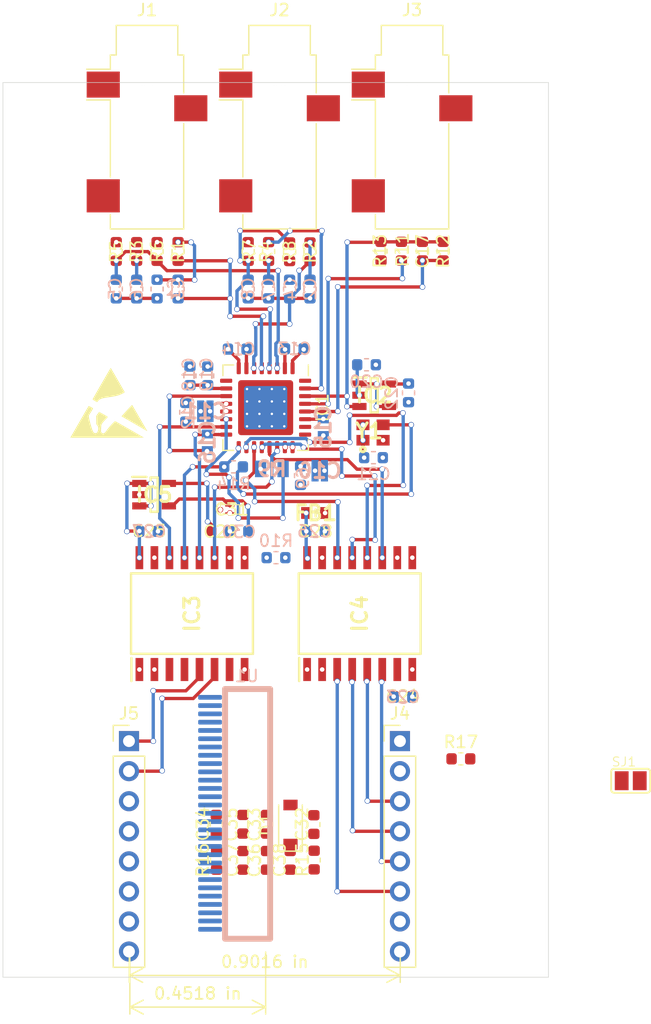
<source format=kicad_pcb>
(kicad_pcb (version 20171130) (host pcbnew "(5.1.0)-1")
  (layers (0 F.Cu signal) (1 Alimentaciones signal) (2 Referencias signal) (31 B.Cu signal) (34 B.Paste user) (35 F.Paste user) (36 B.SilkS user) (37 F.SilkS user) (38 B.Mask user) (39 F.Mask user) (44 Edge.Cuts user))
  (net 0 "")
  (net 1 ERA)
  (net 2 "Net-(C1-Pad1)")
  (net 3 ELA)
  (net 4 "Net-(C2-Pad1)")
  (net 5 IN2N)
  (net 6 GNDA)
  (net 7 IN2P)
  (net 8 IN1N)
  (net 9 "Net-(C6-Pad1)")
  (net 10 "Net-(C7-Pad1)")
  (net 11 IN1P)
  (net 12 +3V3)
  (net 13 GNDD)
  (net 14 "Net-(C13-Pad2)")
  (net 15 "Net-(C13-Pad1)")
  (net 16 "Net-(C17-Pad2)")
  (net 17 "Net-(C17-Pad1)")
  (net 18 "Net-(C18-Pad2)")
  (net 19 GND)
  (net 20 VREFP)
  (net 21 START)
  (net 22 DRDY)
  (net 23 "Net-(IC1-Pad29)")
  (net 24 RESP_MODP_IN3P)
  (net 25 RESP_MODN_IN3N)
  (net 26 RST)
  (net 27 SCK)
  (net 28 CS)
  (net 29 "Net-(IC3-Pad7)")
  (net 30 RLD)
  (net 31 "Net-(J4-Pad1)")
  (net 32 "Net-(J5-Pad7)")
  (net 33 SDA)
  (net 34 SCL)
  (net 35 "Net-(J5-Pad4)")
  (net 36 "Net-(J5-Pad3)")
  (net 37 RESP_MODP_IN3N)
  (net 38 VDDA)
  (net 39 VDD)
  (net 40 ARESET)
  (net 41 SPI_ACS)
  (net 42 SPI_ADIN)
  (net 43 SPI_ASCLK)
  (net 44 SPI_ADOUT)
  (net 45 ADRDY)
  (net 46 MOSI)
  (net 47 MISO)
  (net 48 "Net-(C15-Pad1)")
  (net 49 "Net-(C16-Pad1)")
  (net 50 "Net-(C29-Pad1)")
  (net 51 "Net-(C30-Pad1)")
  (net 52 CLKSEL)
  (net 53 CLK)
  (net 54 "Net-(IC1-Pad25)")
  (net 55 "Net-(IC1-Pad26)")
  (net 56 CLKB)
  (net 57 STARTB)
  (net 58 "Net-(R14-Pad2)")
  (net 59 "Net-(C14-Pad2)")
  (net 60 "Net-(C14-Pad1)")
  (net 61 "Net-(C20-Pad1)")
  (net 62 "Net-(C21-Pad1)")
  (net 63 "Net-(C22-Pad1)")
  (net 64 "Net-(C25-Pad2)")
  (net 65 "Net-(C26-Pad2)")
  (net 66 "Net-(IC2-Pad1)")
  (net 67 "Net-(IC4-Pad7)")
  (net 68 "Net-(C34-Pad2)")
  (net 69 "Net-(R16-Pad1)")
  (net 70 "Net-(U1-Pad7)")
  (net 71 "Net-(C38-Pad1)")
  (net 72 "Net-(C33-Pad2)")
  (net 73 "Net-(C33-Pad1)")
  (net 74 "Net-(C34-Pad1)")
  (net 75 "Net-(C35-Pad2)")
  (net 76 "Net-(C37-Pad2)")
  (net 77 DC_SAO_3.3V)
  (net 78 RST-Warp7)
  (module footprints-SamacSys:SOLDERJUMPER_REFLOW_NOPASTE (layer F.Cu) (at 105.05 157.6)
    (fp_text reference SJ1 (at -1.651 -1.143) (layer F.SilkS) (effects (font (size 0.77216 0.77216) (thickness 0.08128)) (justify left bottom)))
    (fp_text value JUMPER)
    (pad 2 smd rect (at 0.762 0) (size 1.1684 1.6002) (layers F.Cu F.Mask) (net 19 GND))
    (pad 1 smd rect (at -0.762 0) (size 1.1684 1.6002) (layers F.Cu F.Mask) (net 26 RST))
  )
  (module Connector_Audio:Jack_3.5mm_CUI_SJ-3523-SMT_Horizontal (layer F.Cu) (at 86.575 102.375)
    (fp_text reference J3 (at 0 -9.9) (layer F.SilkS))
    (fp_text value AudioJack3)
    (pad "" np_thru_hole circle (at 0 4.5) (size 1.7 1.7) (drill 1.7) (layers *.Cu *.Mask))
    (pad "" np_thru_hole circle (at 0 -2.5) (size 1.7 1.7) (drill 1.7) (layers *.Cu *.Mask))
    (pad T smd rect (at -3.7 5.8) (size 2.8 2.8) (layers F.Cu F.Paste F.Mask) (net 30 RLD))
    (pad S smd rect (at -3.7 -3.6) (size 2.8 2.2) (layers F.Cu F.Paste F.Mask) (net 30 RLD))
    (pad R smd rect (at 3.7 -1.6) (size 2.8 2.2) (layers F.Cu F.Paste F.Mask) (net 30 RLD))
  )
  (module Connector_Audio:Jack_3.5mm_CUI_SJ-3523-SMT_Horizontal (layer F.Cu) (at 75.375 102.375)
    (fp_text reference J2 (at 0 -9.9) (layer F.SilkS))
    (fp_text value AudioJack3)
    (pad "" np_thru_hole circle (at 0 4.5) (size 1.7 1.7) (drill 1.7) (layers *.Cu *.Mask))
    (pad "" np_thru_hole circle (at 0 -2.5) (size 1.7 1.7) (drill 1.7) (layers *.Cu *.Mask))
    (pad T smd rect (at -3.7 5.8) (size 2.8 2.8) (layers F.Cu F.Paste F.Mask) (net 3 ELA))
    (pad S smd rect (at -3.7 -3.6) (size 2.8 2.2) (layers F.Cu F.Paste F.Mask) (net 3 ELA))
    (pad R smd rect (at 3.7 -1.6) (size 2.8 2.2) (layers F.Cu F.Paste F.Mask) (net 3 ELA))
  )
  (module Connector_Audio:Jack_3.5mm_CUI_SJ-3523-SMT_Horizontal (layer F.Cu) (at 64.175 102.375)
    (fp_text reference J1 (at 0 -9.9) (layer F.SilkS))
    (fp_text value AudioJack3)
    (pad "" np_thru_hole circle (at 0 4.5) (size 1.7 1.7) (drill 1.7) (layers *.Cu *.Mask))
    (pad "" np_thru_hole circle (at 0 -2.5) (size 1.7 1.7) (drill 1.7) (layers *.Cu *.Mask))
    (pad T smd rect (at -3.7 5.8) (size 2.8 2.8) (layers F.Cu F.Paste F.Mask) (net 1 ERA))
    (pad S smd rect (at -3.7 -3.6) (size 2.8 2.2) (layers F.Cu F.Paste F.Mask) (net 1 ERA))
    (pad R smd rect (at 3.7 -1.6) (size 2.8 2.2) (layers F.Cu F.Paste F.Mask) (net 1 ERA))
  )
  (module Capacitor_SMD:C_0603_1608Metric (layer B.Cu) (at 65.025 116.05 90)
    (fp_text reference C1 (at 0 1.43 90) (layer B.SilkS) (effects (justify mirror)))
    (fp_text value 0.1uf)
    (pad 2 smd roundrect (at 0.7875 0 90) (size 0.875 0.95) (layers B.Cu B.Paste B.Mask) (net 1 ERA))
    (pad 1 smd roundrect (at -0.7875 0 90) (size 0.875 0.95) (layers B.Cu B.Paste B.Mask) (net 2 "Net-(C1-Pad1)"))
  )
  (module Capacitor_SMD:C_0603_1608Metric (layer B.Cu) (at 71.95 136.525 180)
    (fp_text reference C30 (at 0.0125 -0.05 180) (layer B.SilkS) (effects (justify mirror)))
    (fp_text value 1uF)
    (pad 1 smd roundrect (at -0.7875 0 180) (size 0.875 0.95) (layers B.Cu B.Paste B.Mask) (net 51 "Net-(C30-Pad1)"))
    (pad 2 smd roundrect (at 0.7875 0 180) (size 0.875 0.95) (layers B.Cu B.Paste B.Mask) (net 6 GNDA))
  )
  (module Capacitor_SMD:C_0603_1608Metric (layer F.Cu) (at 70.3875 136.525)
    (fp_text reference C29 (at 0 0.024999) (layer F.SilkS))
    (fp_text value 10nF)
    (pad 2 smd roundrect (at 0.7875 0) (size 0.875 0.95) (layers F.Cu F.Paste F.Mask) (net 6 GNDA))
    (pad 1 smd roundrect (at -0.7875 0) (size 0.875 0.95) (layers F.Cu F.Paste F.Mask) (net 50 "Net-(C29-Pad1)"))
  )
  (module Capacitor_SMD:C_0603_1608Metric (layer F.Cu) (at 78.425 136.525)
    (fp_text reference C28 (at 0 0) (layer F.SilkS))
    (fp_text value 1uF)
    (pad 2 smd roundrect (at 0.7875 0) (size 0.875 0.95) (layers F.Cu F.Paste F.Mask) (net 13 GNDD))
    (pad 1 smd roundrect (at -0.7875 0) (size 0.875 0.95) (layers F.Cu F.Paste F.Mask) (net 65 "Net-(C26-Pad2)"))
  )
  (module Capacitor_SMD:C_0603_1608Metric (layer B.Cu) (at 64.3 136.525)
    (fp_text reference C27 (at 0.05 0) (layer B.SilkS) (effects (justify mirror)))
    (fp_text value 1uF)
    (pad 1 smd roundrect (at -0.7875 0) (size 0.875 0.95) (layers B.Cu B.Paste B.Mask) (net 64 "Net-(C25-Pad2)"))
    (pad 2 smd roundrect (at 0.7875 0) (size 0.875 0.95) (layers B.Cu B.Paste B.Mask) (net 6 GNDA))
  )
  (module Capacitor_SMD:C_0603_1608Metric (layer B.Cu) (at 78.4125 136.525 180)
    (fp_text reference C26 (at 0.1 0 180) (layer B.SilkS) (effects (justify mirror)))
    (fp_text value 10uF)
    (pad 1 smd roundrect (at -0.7875 0 180) (size 0.875 0.95) (layers B.Cu B.Paste B.Mask) (net 13 GNDD))
    (pad 2 smd roundrect (at 0.7875 0 180) (size 0.875 0.95) (layers B.Cu B.Paste B.Mask) (net 65 "Net-(C26-Pad2)"))
  )
  (module Capacitor_SMD:C_0603_1608Metric (layer F.Cu) (at 64.3125 136.525 180)
    (fp_text reference C25 (at -0.045001 0.024999 180) (layer F.SilkS))
    (fp_text value 10uF)
    (pad 2 smd roundrect (at 0.7875 0 180) (size 0.875 0.95) (layers F.Cu F.Paste F.Mask) (net 64 "Net-(C25-Pad2)"))
    (pad 1 smd roundrect (at -0.7875 0 180) (size 0.875 0.95) (layers F.Cu F.Paste F.Mask) (net 6 GNDA))
  )
  (module Capacitor_SMD:C_0603_1608Metric (layer F.Cu) (at 85.8075 150.49 180)
    (fp_text reference C24 (at -0.005001 0.024999 180) (layer F.SilkS))
    (fp_text value 10uF)
    (pad 2 smd roundrect (at 0.7875 0 180) (size 0.875 0.95) (layers F.Cu F.Paste F.Mask) (net 12 +3V3))
    (pad 1 smd roundrect (at -0.7875 0 180) (size 0.875 0.95) (layers F.Cu F.Paste F.Mask) (net 19 GND))
  )
  (module Capacitor_SMD:C_0603_1608Metric (layer B.Cu) (at 85.8125 150.54)
    (fp_text reference C23 (at -0.015001 -0.024999) (layer B.SilkS) (effects (justify mirror)))
    (fp_text value 10uF)
    (pad 1 smd roundrect (at -0.7875 0) (size 0.875 0.95) (layers B.Cu B.Paste B.Mask) (net 12 +3V3))
    (pad 2 smd roundrect (at 0.7875 0) (size 0.875 0.95) (layers B.Cu B.Paste B.Mask) (net 19 GND))
  )
  (module Capacitor_SMD:C_0603_1608Metric (layer B.Cu) (at 69.3 123.3875 270)
    (fp_text reference C19 (at -0.1125 0.1 270) (layer B.SilkS) (effects (justify mirror)))
    (fp_text value 10uF)
    (pad 2 smd roundrect (at 0.7875 0 270) (size 0.875 0.95) (layers B.Cu B.Paste B.Mask) (net 18 "Net-(C18-Pad2)"))
    (pad 1 smd roundrect (at -0.7875 0 270) (size 0.875 0.95) (layers B.Cu B.Paste B.Mask) (net 6 GNDA))
  )
  (module Capacitor_SMD:C_0603_1608Metric (layer B.Cu) (at 67.8 123.3875 270)
    (fp_text reference C18 (at -0.1125 0.1 270) (layer B.SilkS) (effects (justify mirror)))
    (fp_text value 0.1uF)
    (pad 1 smd roundrect (at -0.7875 0 270) (size 0.875 0.95) (layers B.Cu B.Paste B.Mask) (net 6 GNDA))
    (pad 2 smd roundrect (at 0.7875 0 270) (size 0.875 0.95) (layers B.Cu B.Paste B.Mask) (net 18 "Net-(C18-Pad2)"))
  )
  (module Capacitor_SMD:C_0603_1608Metric (layer F.Cu) (at 87.45 112.85 90)
    (fp_text reference C17 (at -0.0125 0 90) (layer F.SilkS))
    (fp_text value C_Small)
    (pad 2 smd roundrect (at 0.7875 0 90) (size 0.875 0.95) (layers F.Cu F.Paste F.Mask) (net 16 "Net-(C17-Pad2)"))
    (pad 1 smd roundrect (at -0.7875 0 90) (size 0.875 0.95) (layers F.Cu F.Paste F.Mask) (net 17 "Net-(C17-Pad1)"))
  )
  (module Capacitor_SMD:C_0603_1608Metric (layer B.Cu) (at 67.45 126.4625 90)
    (fp_text reference C12 (at -0.0125 0.2 90) (layer B.SilkS) (effects (justify mirror)))
    (fp_text value 0.1uF)
    (pad 1 smd roundrect (at -0.7875 0 90) (size 0.875 0.95) (layers B.Cu B.Paste B.Mask) (net 38 VDDA))
    (pad 2 smd roundrect (at 0.7875 0 90) (size 0.875 0.95) (layers B.Cu B.Paste B.Mask) (net 6 GNDA))
  )
  (module Capacitor_SMD:C_0603_1608Metric (layer B.Cu) (at 71.8 121.125 180)
    (fp_text reference C14 (at -0.1 0 180) (layer B.SilkS) (effects (justify mirror)))
    (fp_text value 47nF)
    (pad 2 smd roundrect (at 0.7875 0 180) (size 0.875 0.95) (layers B.Cu B.Paste B.Mask) (net 59 "Net-(C14-Pad2)"))
    (pad 1 smd roundrect (at -0.7875 0 180) (size 0.875 0.95) (layers B.Cu B.Paste B.Mask) (net 60 "Net-(C14-Pad1)"))
  )
  (module Capacitor_SMD:C_0603_1608Metric (layer B.Cu) (at 76.625 121.1 180)
    (fp_text reference C13 (at 0 0 180) (layer B.SilkS) (effects (justify mirror)))
    (fp_text value 47nF)
    (pad 1 smd roundrect (at -0.7875 0 180) (size 0.875 0.95) (layers B.Cu B.Paste B.Mask) (net 15 "Net-(C13-Pad1)"))
    (pad 2 smd roundrect (at 0.7875 0 180) (size 0.875 0.95) (layers B.Cu B.Paste B.Mask) (net 14 "Net-(C13-Pad2)"))
  )
  (module Capacitor_SMD:C_0603_1608Metric (layer B.Cu) (at 77.15 131.8125 90)
    (fp_text reference C9 (at -0.2 0.2 90) (layer B.SilkS) (effects (justify mirror)))
    (fp_text value 0.1uF)
    (pad 1 smd roundrect (at -0.7875 0 90) (size 0.875 0.95) (layers B.Cu B.Paste B.Mask) (net 39 VDD))
    (pad 2 smd roundrect (at 0.7875 0 90) (size 0.875 0.95) (layers B.Cu B.Paste B.Mask) (net 13 GNDD))
  )
  (module Capacitor_SMD:C_0603_1608Metric (layer B.Cu) (at 72.725 116.05 270)
    (fp_text reference C8 (at -0.0125 0 270) (layer B.SilkS) (effects (justify mirror)))
    (fp_text value 2.2nF)
    (pad 2 smd roundrect (at 0.7875 0 270) (size 0.875 0.95) (layers B.Cu B.Paste B.Mask) (net 4 "Net-(C2-Pad1)"))
    (pad 1 smd roundrect (at -0.7875 0 270) (size 0.875 0.95) (layers B.Cu B.Paste B.Mask) (net 11 IN1P))
  )
  (module Capacitor_SMD:C_0603_1608Metric (layer B.Cu) (at 74.45 116.05 270)
    (fp_text reference C7 (at 0 0 270) (layer B.SilkS) (effects (justify mirror)))
    (fp_text value 2.2nF)
    (pad 1 smd roundrect (at -0.7875 0 270) (size 0.875 0.95) (layers B.Cu B.Paste B.Mask) (net 10 "Net-(C7-Pad1)"))
    (pad 2 smd roundrect (at 0.7875 0 270) (size 0.875 0.95) (layers B.Cu B.Paste B.Mask) (net 4 "Net-(C2-Pad1)"))
  )
  (module Capacitor_SMD:C_0603_1608Metric (layer B.Cu) (at 76.225 116.05 90)
    (fp_text reference C4 (at -0.0125 0.1 90) (layer B.SilkS) (effects (justify mirror)))
    (fp_text value 3nF)
    (pad 1 smd roundrect (at -0.7875 0 90) (size 0.875 0.95) (layers B.Cu B.Paste B.Mask) (net 7 IN2P))
    (pad 2 smd roundrect (at 0.7875 0 90) (size 0.875 0.95) (layers B.Cu B.Paste B.Mask) (net 6 GNDA))
  )
  (module Capacitor_SMD:C_0603_1608Metric (layer B.Cu) (at 77.95 116.05 90)
    (fp_text reference C2 (at -0.0125 0 90) (layer B.SilkS) (effects (justify mirror)))
    (fp_text value 0.1uf)
    (pad 2 smd roundrect (at 0.7875 0 90) (size 0.875 0.95) (layers B.Cu B.Paste B.Mask) (net 3 ELA))
    (pad 1 smd roundrect (at -0.7875 0 90) (size 0.875 0.95) (layers B.Cu B.Paste B.Mask) (net 4 "Net-(C2-Pad1)"))
  )
  (module Capacitor_SMD:C_0603_1608Metric (layer B.Cu) (at 83.3125 130.3)
    (fp_text reference C21 (at 0 1.375) (layer B.SilkS) (effects (justify mirror)))
    (fp_text value 0.1uF)
    (pad 2 smd roundrect (at 0.7875 0) (size 0.875 0.95) (layers B.Cu B.Paste B.Mask) (net 6 GNDA))
    (pad 1 smd roundrect (at -0.7875 0) (size 0.875 0.95) (layers B.Cu B.Paste B.Mask) (net 62 "Net-(C21-Pad1)"))
  )
  (module Capacitor_SMD:C_0603_1608Metric (layer B.Cu) (at 82.725 122.45)
    (fp_text reference C20 (at 0 1.43) (layer B.SilkS) (effects (justify mirror)))
    (fp_text value 0.1uF)
    (pad 2 smd roundrect (at 0.7875 0) (size 0.875 0.95) (layers B.Cu B.Paste B.Mask) (net 6 GNDA))
    (pad 1 smd roundrect (at -0.7875 0) (size 0.875 0.95) (layers B.Cu B.Paste B.Mask) (net 61 "Net-(C20-Pad1)"))
  )
  (module Capacitor_SMD:C_0603_1608Metric (layer B.Cu) (at 86.275 124.825 270)
    (fp_text reference C22 (at 0 1.43 270) (layer B.SilkS) (effects (justify mirror)))
    (fp_text value 0.1uF)
    (pad 2 smd roundrect (at 0.7875 0 270) (size 0.875 0.95) (layers B.Cu B.Paste B.Mask) (net 6 GNDA))
    (pad 1 smd roundrect (at -0.7875 0 270) (size 0.875 0.95) (layers B.Cu B.Paste B.Mask) (net 63 "Net-(C22-Pad1)"))
  )
  (module Capacitor_SMD:C_0603_1608Metric (layer B.Cu) (at 66.8 116.05 90)
    (fp_text reference C3 (at 0 0 90) (layer B.SilkS) (effects (justify mirror)))
    (fp_text value 3nF)
    (pad 1 smd roundrect (at -0.7875 0 90) (size 0.875 0.95) (layers B.Cu B.Paste B.Mask) (net 5 IN2N))
    (pad 2 smd roundrect (at 0.7875 0 90) (size 0.875 0.95) (layers B.Cu B.Paste B.Mask) (net 6 GNDA))
  )
  (module Capacitor_SMD:C_0603_1608Metric (layer B.Cu) (at 61.575 116.05 270)
    (fp_text reference C5 (at 0 0.1 270) (layer B.SilkS) (effects (justify mirror)))
    (fp_text value 2.2nF)
    (pad 2 smd roundrect (at 0.7875 0 270) (size 0.875 0.95) (layers B.Cu B.Paste B.Mask) (net 2 "Net-(C1-Pad1)"))
    (pad 1 smd roundrect (at -0.7875 0 270) (size 0.875 0.95) (layers B.Cu B.Paste B.Mask) (net 8 IN1N))
  )
  (module Capacitor_SMD:C_0603_1608Metric (layer B.Cu) (at 63.3 116.05 270)
    (fp_text reference C6 (at 0.0125 0 270) (layer B.SilkS) (effects (justify mirror)))
    (fp_text value 2.2nF)
    (pad 1 smd roundrect (at -0.7875 0 270) (size 0.875 0.95) (layers B.Cu B.Paste B.Mask) (net 9 "Net-(C6-Pad1)"))
    (pad 2 smd roundrect (at 0.7875 0 270) (size 0.875 0.95) (layers B.Cu B.Paste B.Mask) (net 2 "Net-(C1-Pad1)"))
  )
  (module Symbol:ESD-Logo_6.6x6mm_SilkScreen (layer F.Cu) (at 60.95 125.65)
    (fp_text reference REF** hide)
    (fp_text value ESD-Logo_6.6x6mm_SilkScreen hide)
  )
  (module Resistor_SMD:R_0603_1608Metric (layer F.Cu) (at 66.8 112.875 90)
    (fp_text reference R1 (at 0 0 90) (layer F.SilkS))
    (fp_text value 51.1K)
    (pad 1 smd roundrect (at -0.7875 0 90) (size 0.875 0.95) (layers F.Cu F.Paste F.Mask) (net 5 IN2N))
    (pad 2 smd roundrect (at 0.7875 0 90) (size 0.875 0.95) (layers F.Cu F.Paste F.Mask) (net 1 ERA))
  )
  (module Resistor_SMD:R_0603_1608Metric (layer F.Cu) (at 61.575 112.875 270)
    (fp_text reference R5 (at 0 0 270) (layer F.SilkS))
    (fp_text value 10M)
    (pad 1 smd roundrect (at -0.7875 0 270) (size 0.875 0.95) (layers F.Cu F.Paste F.Mask) (net 38 VDDA))
    (pad 2 smd roundrect (at 0.7875 0 270) (size 0.875 0.95) (layers F.Cu F.Paste F.Mask) (net 8 IN1N))
  )
  (module Resistor_SMD:R_0603_1608Metric (layer F.Cu) (at 65.025 112.875 90)
    (fp_text reference R6 (at 0.0125 0 90) (layer F.SilkS))
    (fp_text value 10M)
    (pad 2 smd roundrect (at 0.7875 0 90) (size 0.875 0.95) (layers F.Cu F.Paste F.Mask) (net 6 GNDA))
    (pad 1 smd roundrect (at -0.7875 0 90) (size 0.875 0.95) (layers F.Cu F.Paste F.Mask) (net 8 IN1N))
  )
  (module Resistor_SMD:R_0603_1608Metric (layer F.Cu) (at 63.3 112.875 270)
    (fp_text reference R3 (at 0 0 270) (layer F.SilkS))
    (fp_text value 40.2K)
    (pad 1 smd roundrect (at -0.7875 0 270) (size 0.875 0.95) (layers F.Cu F.Paste F.Mask) (net 37 RESP_MODP_IN3N))
    (pad 2 smd roundrect (at 0.7875 0 270) (size 0.875 0.95) (layers F.Cu F.Paste F.Mask) (net 9 "Net-(C6-Pad1)"))
  )
  (module footprints-SamacSys:oscilator (layer F.Cu) (at 83.275 128.175)
    (fp_text reference Y1 (at -0.323 -0.12) (layer F.SilkS) (effects (font (size 1.27 1.27) (thickness 0.254))))
    (fp_text value SG-210STF_40.0000ML3 hide)
    (pad 1 smd rect (at -0.85 0.65 90) (size 0.9 1.1) (layers F.Cu F.Paste) (net 62 "Net-(C21-Pad1)"))
    (pad 2 smd rect (at 0.85 0.65 90) (size 0.9 1.1) (layers F.Cu F.Paste) (net 6 GNDA))
    (pad 3 smd rect (at 0.85 -0.65 90) (size 0.9 1.1) (layers F.Cu F.Paste) (net 58 "Net-(R14-Pad2)"))
    (pad 4 smd rect (at -0.85 -0.65 90) (size 0.9 1.1) (layers F.Cu F.Paste) (net 62 "Net-(C21-Pad1)"))
  )
  (module footprints-SamacSys:BLM18PG121SZ1D (layer F.Cu) (at 78.425 134.975)
    (fp_text reference FB1 (at 0 0) (layer F.SilkS) (effects (font (size 1.27 1.27) (thickness 0.254))))
    (fp_text value BLM18PG121SZ1D hide)
    (pad 2 smd rect (at 0.8 0) (size 0.85 1) (layers F.Cu F.Paste) (net 39 VDD))
    (pad 1 smd rect (at -0.8 0) (size 0.85 1) (layers F.Cu F.Paste) (net 65 "Net-(C26-Pad2)"))
  )
  (module footprints-SamacSys:ISOW7841FDWER (layer F.Cu) (at 82.15 143.475 90)
    (fp_text reference IC4 (at 0 0 90) (layer F.SilkS) (effects (font (size 1.27 1.27) (thickness 0.254))))
    (fp_text value ISOW7841FDWER-SamacSys_Parts hide)
    (pad 1 smd rect (at -4.725 -4.445 180) (size 0.65 1.95) (layers F.Cu F.Paste) (net 12 +3V3))
    (pad 2 smd rect (at -4.725 -3.175 180) (size 0.65 1.95) (layers F.Cu F.Paste) (net 19 GND))
    (pad 3 smd rect (at -4.725 -1.905 180) (size 0.65 1.95) (layers F.Cu F.Paste) (net 46 MOSI))
    (pad 4 smd rect (at -4.725 -0.635 180) (size 0.65 1.95) (layers F.Cu F.Paste) (net 27 SCK))
    (pad 5 smd rect (at -4.725 0.635 180) (size 0.65 1.95) (layers F.Cu F.Paste) (net 28 CS))
    (pad 6 smd rect (at -4.725 1.905 180) (size 0.65 1.95) (layers F.Cu F.Paste) (net 47 MISO))
    (pad 7 smd rect (at -4.725 3.175 180) (size 0.65 1.95) (layers F.Cu F.Paste) (net 67 "Net-(IC4-Pad7)"))
    (pad 8 smd rect (at -4.725 4.445 180) (size 0.65 1.95) (layers F.Cu F.Paste) (net 19 GND))
    (pad 9 smd rect (at 4.725 4.445 180) (size 0.65 1.95) (layers F.Cu F.Paste) (net 13 GNDD))
    (pad 10 smd rect (at 4.725 3.175 180) (size 0.65 1.95) (layers F.Cu F.Paste) (net 13 GNDD))
    (pad 11 smd rect (at 4.725 1.905 180) (size 0.65 1.95) (layers F.Cu F.Paste) (net 44 SPI_ADOUT))
    (pad 12 smd rect (at 4.725 0.635 180) (size 0.65 1.95) (layers F.Cu F.Paste) (net 41 SPI_ACS))
    (pad 13 smd rect (at 4.725 -0.635 180) (size 0.65 1.95) (layers F.Cu F.Paste) (net 43 SPI_ASCLK))
    (pad 14 smd rect (at 4.725 -1.905 180) (size 0.65 1.95) (layers F.Cu F.Paste) (net 42 SPI_ADIN))
    (pad 15 smd rect (at 4.725 -3.175 180) (size 0.65 1.95) (layers F.Cu F.Paste) (net 13 GNDD))
    (pad 16 smd rect (at 4.725 -4.445 180) (size 0.65 1.95) (layers F.Cu F.Paste) (net 65 "Net-(C26-Pad2)"))
  )
  (module Resistor_SMD:R_0603_1608Metric (layer F.Cu) (at 77.95 112.9 90)
    (fp_text reference R2 (at -0.0125 0 90) (layer F.SilkS))
    (fp_text value 51.1K)
    (pad 1 smd roundrect (at -0.7875 0 90) (size 0.875 0.95) (layers F.Cu F.Paste F.Mask) (net 7 IN2P))
    (pad 2 smd roundrect (at 0.7875 0 90) (size 0.875 0.95) (layers F.Cu F.Paste F.Mask) (net 3 ELA))
  )
  (module Resistor_SMD:R_0603_1608Metric (layer F.Cu) (at 74.45 112.875 270)
    (fp_text reference R4 (at 0 0.2 270) (layer F.SilkS))
    (fp_text value 40.2K)
    (pad 2 smd roundrect (at 0.7875 0 270) (size 0.875 0.95) (layers F.Cu F.Paste F.Mask) (net 10 "Net-(C7-Pad1)"))
    (pad 1 smd roundrect (at -0.7875 0 270) (size 0.875 0.95) (layers F.Cu F.Paste F.Mask) (net 24 RESP_MODP_IN3P))
  )
  (module Resistor_SMD:R_0603_1608Metric (layer F.Cu) (at 72.725 112.875 90)
    (fp_text reference R7 (at 0.0125 0.1 90) (layer F.SilkS))
    (fp_text value 10M)
    (pad 2 smd roundrect (at 0.7875 0 90) (size 0.875 0.95) (layers F.Cu F.Paste F.Mask) (net 38 VDDA))
    (pad 1 smd roundrect (at -0.7875 0 90) (size 0.875 0.95) (layers F.Cu F.Paste F.Mask) (net 11 IN1P))
  )
  (module Resistor_SMD:R_0603_1608Metric (layer F.Cu) (at 76.225 112.9 90)
    (fp_text reference R8 (at -0.0125 0 90) (layer F.SilkS))
    (fp_text value 10M)
    (pad 2 smd roundrect (at 0.7875 0 90) (size 0.875 0.95) (layers F.Cu F.Paste F.Mask) (net 11 IN1P))
    (pad 1 smd roundrect (at -0.7875 0 90) (size 0.875 0.95) (layers F.Cu F.Paste F.Mask) (net 6 GNDA))
  )
  (module Resistor_SMD:R_0603_1608Metric (layer F.Cu) (at 85.675 112.85 270)
    (fp_text reference R11 (at -0.1125 -0.1 270) (layer F.SilkS))
    (fp_text value 100K)
    (pad 2 smd roundrect (at 0.7875 0 270) (size 0.875 0.95) (layers F.Cu F.Paste F.Mask) (net 23 "Net-(IC1-Pad29)"))
    (pad 1 smd roundrect (at -0.7875 0 270) (size 0.875 0.95) (layers F.Cu F.Paste F.Mask) (net 16 "Net-(C17-Pad2)"))
  )
  (module Resistor_SMD:R_0603_1608Metric (layer F.Cu) (at 89.2 112.85 270)
    (fp_text reference R12 (at 0 0 270) (layer F.SilkS))
    (fp_text value 1M)
    (pad 1 smd roundrect (at -0.7875 0 270) (size 0.875 0.95) (layers F.Cu F.Paste F.Mask) (net 16 "Net-(C17-Pad2)"))
    (pad 2 smd roundrect (at 0.7875 0 270) (size 0.875 0.95) (layers F.Cu F.Paste F.Mask) (net 17 "Net-(C17-Pad1)"))
  )
  (module Resistor_SMD:R_0603_1608Metric (layer F.Cu) (at 83.95 112.85 90)
    (fp_text reference R13 (at 0.0125 -0.1 90) (layer F.SilkS))
    (fp_text value 100K)
    (pad 1 smd roundrect (at -0.7875 0 90) (size 0.875 0.95) (layers F.Cu F.Paste F.Mask) (net 30 RLD))
    (pad 2 smd roundrect (at 0.7875 0 90) (size 0.875 0.95) (layers F.Cu F.Paste F.Mask) (net 16 "Net-(C17-Pad2)"))
  )
  (module footprints-SamacSys:LP3985IM5-3.0_NOPB (layer F.Cu) (at 64.775 133.425)
    (fp_text reference IC5 (at 0 0) (layer F.SilkS) (effects (font (size 1.27 1.27) (thickness 0.254))))
    (fp_text value LP3985IM5-3.0_NOPB-SamacSys_Parts hide)
    (pad 1 smd rect (at -1.25 -0.95 90) (size 0.6 1.2) (layers F.Cu F.Paste) (net 64 "Net-(C25-Pad2)"))
    (pad 2 smd rect (at -1.25 0 90) (size 0.6 1.2) (layers F.Cu F.Paste) (net 6 GNDA))
    (pad 3 smd rect (at -1.25 0.95 90) (size 0.6 1.2) (layers F.Cu F.Paste) (net 64 "Net-(C25-Pad2)"))
    (pad 4 smd rect (at 1.25 0.95 90) (size 0.6 1.2) (layers F.Cu F.Paste) (net 51 "Net-(C30-Pad1)"))
    (pad 5 smd rect (at 1.25 -0.95 90) (size 0.6 1.2) (layers F.Cu F.Paste) (net 50 "Net-(C29-Pad1)"))
  )
  (module footprints-SamacSys:NFM18PS (layer F.Cu) (at 71.175 134.675 180)
    (fp_text reference C31 (at -0.15 0 180) (layer F.SilkS))
    (fp_text value 1uF_EMIFIL)
    (pad 4 smd oval (at -0.7 0 270) (size 0.4 0.115) (layers F.Cu F.Paste F.Mask))
    (pad 3 smd oval (at 0.7 0 270) (size 0.4 0.115) (layers F.Cu F.Paste F.Mask) (net 38 VDDA))
    (pad 2 smd roundrect (at 0 -0.3 180) (size 0.8 0.115) (layers F.Cu F.Paste F.Mask) (net 6 GNDA))
    (pad 1 smd roundrect (at 0 0.3 180) (size 0.8 0.115) (layers F.Cu F.Paste F.Mask) (net 51 "Net-(C30-Pad1)"))
  )
  (module Connector_PinHeader_2.54mm:PinHeader_1x08_P2.54mm_Vertical (layer F.Cu) (at 85.55 154.25)
    (fp_text reference J4 (at 0 -2.33) (layer F.SilkS))
    (fp_text value Conn_01x08)
    (pad 8 thru_hole oval (at 0 17.78) (size 1.7 1.7) (drill 1) (layers *.Cu *.Mask) (net 19 GND))
    (pad 7 thru_hole oval (at 0 15.24) (size 1.7 1.7) (drill 1) (layers *.Cu *.Mask) (net 12 +3V3))
    (pad 6 thru_hole oval (at 0 12.7) (size 1.7 1.7) (drill 1) (layers *.Cu *.Mask) (net 46 MOSI))
    (pad 5 thru_hole oval (at 0 10.16) (size 1.7 1.7) (drill 1) (layers *.Cu *.Mask) (net 47 MISO))
    (pad 4 thru_hole oval (at 0 7.62) (size 1.7 1.7) (drill 1) (layers *.Cu *.Mask) (net 27 SCK))
    (pad 3 thru_hole oval (at 0 5.08) (size 1.7 1.7) (drill 1) (layers *.Cu *.Mask) (net 28 CS))
    (pad 2 thru_hole oval (at 0 2.54) (size 1.7 1.7) (drill 1) (layers *.Cu *.Mask) (net 78 RST-Warp7))
    (pad 1 thru_hole rect (at 0 0) (size 1.7 1.7) (drill 1) (layers *.Cu *.Mask) (net 31 "Net-(J4-Pad1)"))
  )
  (module Connector_PinHeader_2.54mm:PinHeader_1x08_P2.54mm_Vertical (layer F.Cu) (at 62.65 154.25)
    (fp_text reference J5 (at 0 -2.33) (layer F.SilkS))
    (fp_text value Conn_01x08)
    (pad 1 thru_hole rect (at 0 0) (size 1.7 1.7) (drill 1) (layers *.Cu *.Mask) (net 57 STARTB))
    (pad 2 thru_hole oval (at 0 2.54) (size 1.7 1.7) (drill 1) (layers *.Cu *.Mask) (net 22 DRDY))
    (pad 3 thru_hole oval (at 0 5.08) (size 1.7 1.7) (drill 1) (layers *.Cu *.Mask) (net 36 "Net-(J5-Pad3)"))
    (pad 4 thru_hole oval (at 0 7.62) (size 1.7 1.7) (drill 1) (layers *.Cu *.Mask) (net 35 "Net-(J5-Pad4)"))
    (pad 5 thru_hole oval (at 0 10.16) (size 1.7 1.7) (drill 1) (layers *.Cu *.Mask) (net 34 SCL))
    (pad 6 thru_hole oval (at 0 12.7) (size 1.7 1.7) (drill 1) (layers *.Cu *.Mask) (net 33 SDA))
    (pad 7 thru_hole oval (at 0 15.24) (size 1.7 1.7) (drill 1) (layers *.Cu *.Mask) (net 32 "Net-(J5-Pad7)"))
    (pad 8 thru_hole oval (at 0 17.78) (size 1.7 1.7) (drill 1) (layers *.Cu *.Mask) (net 19 GND))
  )
  (module footprints-SamacSys:ISOW7841FDWER (layer F.Cu) (at 67.975 143.475 90)
    (fp_text reference IC3 (at 0 0 90) (layer F.SilkS) (effects (font (size 1.27 1.27) (thickness 0.254))))
    (fp_text value ISOW7842DWER-SamacSys_Parts hide)
    (pad 1 smd rect (at -4.725 -4.445 180) (size 0.65 1.95) (layers F.Cu F.Paste) (net 12 +3V3))
    (pad 2 smd rect (at -4.725 -3.175 180) (size 0.65 1.95) (layers F.Cu F.Paste) (net 19 GND))
    (pad 3 smd rect (at -4.725 -1.905 180) (size 0.65 1.95) (layers F.Cu F.Paste) (net 26 RST))
    (pad 4 smd rect (at -4.725 -0.635 180) (size 0.65 1.95) (layers F.Cu F.Paste) (net 56 CLKB))
    (pad 5 smd rect (at -4.725 0.635 180) (size 0.65 1.95) (layers F.Cu F.Paste) (net 57 STARTB))
    (pad 6 smd rect (at -4.725 1.905 180) (size 0.65 1.95) (layers F.Cu F.Paste) (net 22 DRDY))
    (pad 7 smd rect (at -4.725 3.175 180) (size 0.65 1.95) (layers F.Cu F.Paste) (net 29 "Net-(IC3-Pad7)"))
    (pad 8 smd rect (at -4.725 4.445 180) (size 0.65 1.95) (layers F.Cu F.Paste) (net 19 GND))
    (pad 9 smd rect (at 4.725 4.445 180) (size 0.65 1.95) (layers F.Cu F.Paste) (net 6 GNDA))
    (pad 10 smd rect (at 4.725 3.175 180) (size 0.65 1.95) (layers F.Cu F.Paste) (net 6 GNDA))
    (pad 11 smd rect (at 4.725 1.905 180) (size 0.65 1.95) (layers F.Cu F.Paste) (net 45 ADRDY))
    (pad 12 smd rect (at 4.725 0.635 180) (size 0.65 1.95) (layers F.Cu F.Paste) (net 21 START))
    (pad 13 smd rect (at 4.725 -0.635 180) (size 0.65 1.95) (layers F.Cu F.Paste) (net 53 CLK))
    (pad 14 smd rect (at 4.725 -1.905 180) (size 0.65 1.95) (layers F.Cu F.Paste) (net 40 ARESET))
    (pad 15 smd rect (at 4.725 -3.175 180) (size 0.65 1.95) (layers F.Cu F.Paste) (net 6 GNDA))
    (pad 16 smd rect (at 4.725 -4.445 180) (size 0.65 1.95) (layers F.Cu F.Paste) (net 64 "Net-(C25-Pad2)"))
  )
  (module "footprints-SamacSys:capacitor invertido" (layer B.Cu) (at 78.773 131.4 180)
    (fp_text reference C10 (at 0 0 180) (layer B.SilkS) (effects (font (size 1.27 1.27) (thickness 0.254)) (justify mirror)))
    (fp_text value 1uF hide)
    (pad 1 smd rect (at -0.398 0 180) (size 0.595 1.82) (layers B.Cu B.Paste) (net 39 VDD))
    (pad 2 smd rect (at 0.398 0 180) (size 0.595 1.82) (layers B.Cu B.Paste) (net 13 GNDD))
  )
  (module "footprints-SamacSys:capacitor invertido" (layer B.Cu) (at 69.102 126.375)
    (fp_text reference C11 (at 0 0) (layer B.SilkS) (effects (font (size 1.27 1.27) (thickness 0.254)) (justify mirror)))
    (fp_text value 1uF hide)
    (pad 2 smd rect (at 0.398 0) (size 0.595 1.82) (layers B.Cu B.Paste) (net 6 GNDA))
    (pad 1 smd rect (at -0.398 0) (size 0.595 1.82) (layers B.Cu B.Paste) (net 38 VDDA))
  )
  (module "footprints-SamacSys:capacitor C0G" (layer B.Cu) (at 79.075 127.725 270)
    (fp_text reference C15 (at 0 0 270) (layer B.SilkS) (effects (font (size 1.27 1.27) (thickness 0.254)) (justify mirror)))
    (fp_text value 1uF hide)
    (pad 2 smd rect (at 0.7 0 270) (size 0.75 0.94) (layers B.Cu B.Paste) (net 6 GNDA))
    (pad 1 smd rect (at -0.7 0 270) (size 0.75 0.94) (layers B.Cu B.Paste) (net 48 "Net-(C15-Pad1)"))
  )
  (module "footprints-SamacSys:capacitor C0G" (layer B.Cu) (at 69.275 129 90)
    (fp_text reference C16 (at 0 0 90) (layer B.SilkS) (effects (font (size 1.27 1.27) (thickness 0.254)) (justify mirror)))
    (fp_text value 1uF hide)
    (pad 1 smd rect (at -0.7 0 90) (size 0.75 0.94) (layers B.Cu B.Paste) (net 49 "Net-(C16-Pad1)"))
    (pad 2 smd rect (at 0.7 0 90) (size 0.75 0.94) (layers B.Cu B.Paste) (net 6 GNDA))
  )
  (module footprints-SamacSys:OPAMP197IDBVR (layer F.Cu) (at 83.375 125.025)
    (fp_text reference IC2 (at 0 0) (layer F.SilkS) (effects (font (size 1.27 1.27) (thickness 0.254))))
    (fp_text value OPA197 hide)
    (pad 1 smd rect (at -1.25 -0.95 90) (size 0.6 1.2) (layers F.Cu F.Paste) (net 66 "Net-(IC2-Pad1)"))
    (pad 2 smd rect (at -1.25 0 90) (size 0.6 1.2) (layers F.Cu F.Paste) (net 61 "Net-(C20-Pad1)"))
    (pad 3 smd rect (at -1.25 0.95 90) (size 0.6 1.2) (layers F.Cu F.Paste) (net 16 "Net-(C17-Pad2)"))
    (pad 4 smd rect (at 1.25 0.95 90) (size 0.6 1.2) (layers F.Cu F.Paste) (net 66 "Net-(IC2-Pad1)"))
    (pad 5 smd rect (at 1.25 -0.95 90) (size 0.6 1.2) (layers F.Cu F.Paste) (net 63 "Net-(C22-Pad1)"))
  )
  (module footprints-SamacSys:jumper (layer B.Cu) (at 74.725 131.25 180)
    (fp_text reference R9 (at 0 0 180) (layer B.SilkS) (effects (font (size 1.27 1.27) (thickness 0.254)) (justify mirror)))
    (fp_text value JUMPER hide)
    (pad 1 smd rect (at -0.95 0 180) (size 0.95 1.4) (layers B.Cu B.Paste) (net 52 CLKSEL))
    (pad 2 smd rect (at 0.95 0 180) (size 0.95 1.4) (layers B.Cu B.Paste) (net 6 GNDA))
  )
  (module Resistor_SMD:R_0603_1608Metric (layer B.Cu) (at 75.075 138.75 180)
    (fp_text reference R10 (at 0 1.43 180) (layer B.SilkS) (effects (justify mirror)))
    (fp_text value 0)
    (pad 2 smd roundrect (at 0.7875 0 180) (size 0.875 0.95) (layers B.Cu B.Paste B.Mask) (net 6 GNDA))
    (pad 1 smd roundrect (at -0.7875 0 180) (size 0.875 0.95) (layers B.Cu B.Paste B.Mask) (net 13 GNDD))
  )
  (module Resistor_SMD:R_0603_1608Metric (layer B.Cu) (at 71.4875 131.075)
    (fp_text reference R14 (at 0 1.43) (layer B.SilkS) (effects (justify mirror)))
    (fp_text value 0)
    (pad 1 smd roundrect (at -0.7875 0) (size 0.875 0.95) (layers B.Cu B.Paste B.Mask) (net 53 CLK))
    (pad 2 smd roundrect (at 0.7875 0) (size 0.875 0.95) (layers B.Cu B.Paste B.Mask) (net 58 "Net-(R14-Pad2)"))
  )
  (module Capacitor_SMD:C_0603_1608Metric (layer F.Cu) (at 78.275 161.3 90)
    (fp_text reference C32 (at 0.025 -1 90) (layer F.SilkS))
    (fp_text value 1uF)
    (pad 1 smd roundrect (at -0.7875 0 90) (size 0.875 0.95) (layers F.Cu F.Paste F.Mask) (net 12 +3V3))
    (pad 2 smd roundrect (at 0.7875 0 90) (size 0.875 0.95) (layers F.Cu F.Paste F.Mask) (net 19 GND))
  )
  (module Capacitor_SMD:C_0603_1608Metric (layer F.Cu) (at 74.275 161.275 270)
    (fp_text reference C33 (at 0.025 1.025 270) (layer F.SilkS))
    (fp_text value 1uF)
    (pad 2 smd roundrect (at 0.7875 0 270) (size 0.875 0.95) (layers F.Cu F.Paste F.Mask) (net 72 "Net-(C33-Pad2)"))
    (pad 1 smd roundrect (at -0.7875 0 270) (size 0.875 0.95) (layers F.Cu F.Paste F.Mask) (net 73 "Net-(C33-Pad1)"))
  )
  (module Capacitor_SMD:C_0603_1608Metric (layer F.Cu) (at 70.025 161.275 90)
    (fp_text reference C34 (at 0.025 -1.125 90) (layer F.SilkS))
    (fp_text value 1uF)
    (pad 2 smd roundrect (at 0.7875 0 90) (size 0.875 0.95) (layers F.Cu F.Paste F.Mask) (net 68 "Net-(C34-Pad2)"))
    (pad 1 smd roundrect (at -0.7875 0 90) (size 0.875 0.95) (layers F.Cu F.Paste F.Mask) (net 74 "Net-(C34-Pad1)"))
  )
  (module Capacitor_SMD:C_0603_1608Metric (layer F.Cu) (at 72.275 161.275 270)
    (fp_text reference C35 (at 0.025 0.975 270) (layer F.SilkS))
    (fp_text value 10uF)
    (pad 1 smd roundrect (at -0.7875 0 270) (size 0.875 0.95) (layers F.Cu F.Paste F.Mask) (net 19 GND))
    (pad 2 smd roundrect (at 0.7875 0 270) (size 0.875 0.95) (layers F.Cu F.Paste F.Mask) (net 75 "Net-(C35-Pad2)"))
  )
  (module Capacitor_SMD:C_0603_1608Metric (layer F.Cu) (at 74.275 164.325 90)
    (fp_text reference C36 (at 0 -1.025 90) (layer F.SilkS))
    (fp_text value 1uF)
    (pad 2 smd roundrect (at 0.7875 0 90) (size 0.875 0.95) (layers F.Cu F.Paste F.Mask) (net 12 +3V3))
    (pad 1 smd roundrect (at -0.7875 0 90) (size 0.875 0.95) (layers F.Cu F.Paste F.Mask) (net 19 GND))
  )
  (module Capacitor_SMD:C_0603_1608Metric (layer F.Cu) (at 72.275 164.325 90)
    (fp_text reference C37 (at 0.025 -0.925 90) (layer F.SilkS))
    (fp_text value 2.2uF/16V)
    (pad 1 smd roundrect (at -0.7875 0 90) (size 0.875 0.95) (layers F.Cu F.Paste F.Mask) (net 19 GND))
    (pad 2 smd roundrect (at 0.7875 0 90) (size 0.875 0.95) (layers F.Cu F.Paste F.Mask) (net 76 "Net-(C37-Pad2)"))
  )
  (module Capacitor_SMD:C_0603_1608Metric (layer F.Cu) (at 76.275 164.325 90)
    (fp_text reference C38 (at 0.025 -0.9 90) (layer F.SilkS))
    (fp_text value 4.7uF)
    (pad 1 smd roundrect (at -0.7875 0 90) (size 0.875 0.95) (layers F.Cu F.Paste F.Mask) (net 71 "Net-(C38-Pad1)"))
    (pad 2 smd roundrect (at 0.7875 0 90) (size 0.875 0.95) (layers F.Cu F.Paste F.Mask) (net 19 GND))
  )
  (module Resistor_SMD:R_0603_1608Metric (layer F.Cu) (at 78.3 164.3 270)
    (fp_text reference R15 (at -0.025 1 270) (layer F.SilkS))
    (fp_text value 10K)
    (pad 1 smd roundrect (at -0.7875 0 270) (size 0.875 0.95) (layers F.Cu F.Paste F.Mask) (net 19 GND))
    (pad 2 smd roundrect (at 0.7875 0 270) (size 0.875 0.95) (layers F.Cu F.Paste F.Mask) (net 12 +3V3))
  )
  (module Resistor_SMD:R_0603_1608Metric (layer F.Cu) (at 70.05 164.325 90)
    (fp_text reference R16 (at 0.025 -1.175 90) (layer F.SilkS))
    (fp_text value 390K)
    (pad 2 smd roundrect (at 0.7875 0 90) (size 0.875 0.95) (layers F.Cu F.Paste F.Mask) (net 19 GND))
    (pad 1 smd roundrect (at -0.7875 0 90) (size 0.875 0.95) (layers F.Cu F.Paste F.Mask) (net 69 "Net-(R16-Pad1)"))
  )
  (module footprints-SamacSys:display (layer B.Cu) (at 72.6 157.85)
    (fp_text reference U1 (at 0 -9.1) (layer B.SilkS) (effects (justify mirror)))
    (fp_text value UG-2864HSWEG01)
    (pad 30 smd roundrect (at -3.1 -7.3 270) (size 0.4 2) (layers B.Cu B.Paste B.Mask) (net 19 GND))
    (pad 29 smd roundrect (at -3.1 -6.6 270) (size 0.4 2) (layers B.Cu B.Paste B.Mask) (net 19 GND))
    (pad 28 smd roundrect (at -3.1 -5.9 270) (size 0.4 2) (layers B.Cu B.Paste B.Mask) (net 75 "Net-(C35-Pad2)"))
    (pad 27 smd roundrect (at -3.1 -5.2 270) (size 0.4 2) (layers B.Cu B.Paste B.Mask) (net 76 "Net-(C37-Pad2)"))
    (pad 26 smd roundrect (at -3.1 -4.5 270) (size 0.4 2) (layers B.Cu B.Paste B.Mask) (net 69 "Net-(R16-Pad1)"))
    (pad 25 smd roundrect (at -3.1 -3.8 270) (size 0.4 2) (layers B.Cu B.Paste B.Mask) (net 19 GND))
    (pad 24 smd roundrect (at -3.1 -3.1 270) (size 0.4 2) (layers B.Cu B.Paste B.Mask) (net 19 GND))
    (pad 23 smd roundrect (at -3.1 -2.4 270) (size 0.4 2) (layers B.Cu B.Paste B.Mask) (net 19 GND))
    (pad 22 smd roundrect (at -3.1 -1.7 270) (size 0.4 2) (layers B.Cu B.Paste B.Mask) (net 19 GND))
    (pad 21 smd roundrect (at -3.1 -1 270) (size 0.4 2) (layers B.Cu B.Paste B.Mask) (net 19 GND))
    (pad 20 smd roundrect (at -3.1 -0.3 270) (size 0.4 2) (layers B.Cu B.Paste B.Mask) (net 33 SDA))
    (pad 19 smd roundrect (at -3.1 0.4 270) (size 0.4 2) (layers B.Cu B.Paste B.Mask) (net 33 SDA))
    (pad 18 smd roundrect (at -3.1 1.1 270) (size 0.4 2) (layers B.Cu B.Paste B.Mask) (net 27 SCK))
    (pad 17 smd roundrect (at -3.1 1.8 270) (size 0.4 2) (layers B.Cu B.Paste B.Mask) (net 19 GND))
    (pad 16 smd roundrect (at -3.1 2.5 270) (size 0.4 2) (layers B.Cu B.Paste B.Mask) (net 19 GND))
    (pad 15 smd roundrect (at -3.1 3.2 270) (size 0.4 2) (layers B.Cu B.Paste B.Mask) (net 77 DC_SAO_3.3V))
    (pad 14 smd roundrect (at -3.1 3.9 270) (size 0.4 2) (layers B.Cu B.Paste B.Mask) (net 26 RST))
    (pad 13 smd roundrect (at -3.1 4.6 270) (size 0.4 2) (layers B.Cu B.Paste B.Mask) (net 19 GND))
    (pad 12 smd roundrect (at -3.1 5.3 270) (size 0.4 2) (layers B.Cu B.Paste B.Mask) (net 19 GND))
    (pad 11 smd roundrect (at -3.1 6 270) (size 0.4 2) (layers B.Cu B.Paste B.Mask) (net 12 +3V3))
    (pad 10 smd roundrect (at -3.1 6.7 270) (size 0.4 2) (layers B.Cu B.Paste B.Mask) (net 19 GND))
    (pad 9 smd roundrect (at -3.1 7.4 270) (size 0.4 2) (layers B.Cu B.Paste B.Mask) (net 12 +3V3))
    (pad 8 smd roundrect (at -3.1 8.1 270) (size 0.4 2) (layers B.Cu B.Paste B.Mask) (net 19 GND))
    (pad 7 smd roundrect (at -3.1 8.8 270) (size 0.4 2) (layers B.Cu B.Paste B.Mask) (net 70 "Net-(U1-Pad7)"))
    (pad 6 smd roundrect (at -3.1 8.8 270) (size 0.4 2) (layers B.Cu B.Paste B.Mask) (net 12 +3V3))
    (pad 5 smd roundrect (at -3.1 9.5 270) (size 0.4 2) (layers B.Cu B.Paste B.Mask) (net 68 "Net-(C34-Pad2)"))
    (pad 4 smd roundrect (at -3.1 10.2 270) (size 0.4 2) (layers B.Cu B.Paste B.Mask) (net 74 "Net-(C34-Pad1)"))
    (pad 3 smd roundrect (at -3.1 10.91 270) (size 0.4 2) (layers B.Cu B.Paste B.Mask) (net 72 "Net-(C33-Pad2)"))
    (pad 2 smd roundrect (at -3.1 11.6 270) (size 0.4 2) (layers B.Cu B.Paste B.Mask) (net 73 "Net-(C33-Pad1)"))
    (pad 1 smd roundrect (at -3.1 12.301666 180) (size 2 0.4) (layers B.Cu B.Paste B.Mask) (net 19 GND))
  )
  (module Package_DFN_QFN:QFN-32-1EP_7x7mm_P0.65mm_EP4.65x4.65mm_ThermalVias (layer F.Cu) (at 74.2 126.075 270)
    (fp_text reference IC1 (at 0 -4.8 270) (layer F.SilkS))
    (fp_text value ADS1292RIPBS-SamacSys_Parts)
    (pad 33 smd roundrect (at 0 0 270) (size 4.65 4.65) (layers F.Cu F.Mask) (roundrect_rratio 0.053763))
    (pad 33 thru_hole circle (at -1.575 -1.575 270) (size 0.5 0.5) (drill 0.2) (layers *.Cu))
    (pad 33 thru_hole circle (at -0.525 -1.575 270) (size 0.5 0.5) (drill 0.2) (layers *.Cu))
    (pad 33 thru_hole circle (at 0.525 -1.575 270) (size 0.5 0.5) (drill 0.2) (layers *.Cu))
    (pad 33 thru_hole circle (at 1.575 -1.575 270) (size 0.5 0.5) (drill 0.2) (layers *.Cu))
    (pad 33 thru_hole circle (at -1.575 -0.525 270) (size 0.5 0.5) (drill 0.2) (layers *.Cu))
    (pad 33 thru_hole circle (at -0.525 -0.525 270) (size 0.5 0.5) (drill 0.2) (layers *.Cu))
    (pad 33 thru_hole circle (at 0.525 -0.525 270) (size 0.5 0.5) (drill 0.2) (layers *.Cu))
    (pad 33 thru_hole circle (at 1.575 -0.525 270) (size 0.5 0.5) (drill 0.2) (layers *.Cu))
    (pad 33 thru_hole circle (at -1.575 0.525 270) (size 0.5 0.5) (drill 0.2) (layers *.Cu))
    (pad 33 thru_hole circle (at -0.525 0.525 270) (size 0.5 0.5) (drill 0.2) (layers *.Cu))
    (pad 33 thru_hole circle (at 0.525 0.525 270) (size 0.5 0.5) (drill 0.2) (layers *.Cu))
    (pad 33 thru_hole circle (at 1.575 0.525 270) (size 0.5 0.5) (drill 0.2) (layers *.Cu))
    (pad 33 thru_hole circle (at -1.575 1.575 270) (size 0.5 0.5) (drill 0.2) (layers *.Cu))
    (pad 33 thru_hole circle (at -0.525 1.575 270) (size 0.5 0.5) (drill 0.2) (layers *.Cu))
    (pad 33 thru_hole circle (at 0.525 1.575 270) (size 0.5 0.5) (drill 0.2) (layers *.Cu))
    (pad 33 thru_hole circle (at 1.575 1.575 270) (size 0.5 0.5) (drill 0.2) (layers *.Cu))
    (pad 33 smd roundrect (at 0 0 270) (size 3.65 3.65) (layers B.Cu) (roundrect_rratio 0.068493))
    (pad 1 smd roundrect (at -3.3375 -2.275 270) (size 1.025 0.35) (layers F.Cu F.Paste F.Mask) (net 15 "Net-(C13-Pad1)"))
    (pad 2 smd roundrect (at -3.3375 -1.625 270) (size 1.025 0.35) (layers F.Cu F.Paste F.Mask) (net 14 "Net-(C13-Pad2)"))
    (pad 3 smd roundrect (at -3.3375 -0.975 270) (size 1.025 0.35) (layers F.Cu F.Paste F.Mask) (net 8 IN1N))
    (pad 4 smd roundrect (at -3.3375 -0.325 270) (size 1.025 0.35) (layers F.Cu F.Paste F.Mask) (net 11 IN1P))
    (pad 5 smd roundrect (at -3.3375 0.325 270) (size 1.025 0.35) (layers F.Cu F.Paste F.Mask) (net 5 IN2N))
    (pad 6 smd roundrect (at -3.3375 0.975 270) (size 1.025 0.35) (layers F.Cu F.Paste F.Mask) (net 7 IN2P))
    (pad 7 smd roundrect (at -3.3375 1.625 270) (size 1.025 0.35) (layers F.Cu F.Paste F.Mask) (net 60 "Net-(C14-Pad1)"))
    (pad 8 smd roundrect (at -3.3375 2.275 270) (size 1.025 0.35) (layers F.Cu F.Paste F.Mask) (net 59 "Net-(C14-Pad2)"))
    (pad 9 smd roundrect (at -2.275 3.3375 270) (size 0.35 1.025) (layers F.Cu F.Paste F.Mask) (net 20 VREFP))
    (pad 10 smd roundrect (at -1.625 3.3375 270) (size 0.35 1.025) (layers F.Cu F.Paste F.Mask) (net 18 "Net-(C18-Pad2)"))
    (pad 11 smd roundrect (at -0.975 3.3375 270) (size 0.35 1.025) (layers F.Cu F.Paste F.Mask) (net 49 "Net-(C16-Pad1)"))
    (pad 12 smd roundrect (at -0.325 3.3375 270) (size 0.35 1.025) (layers F.Cu F.Paste F.Mask) (net 6 GNDA))
    (pad 13 smd roundrect (at 0.325 3.3375 270) (size 0.35 1.025) (layers F.Cu F.Paste F.Mask) (net 6 GNDA))
    (pad 14 smd roundrect (at 0.975 3.3375 270) (size 0.35 1.025) (layers F.Cu F.Paste F.Mask) (net 52 CLKSEL))
    (pad 15 smd roundrect (at 1.625 3.3375 270) (size 0.35 1.025) (layers F.Cu F.Paste F.Mask) (net 40 ARESET))
    (pad 16 smd roundrect (at 2.275 3.3375 270) (size 0.35 1.025) (layers F.Cu F.Paste F.Mask) (net 21 START))
    (pad 17 smd roundrect (at 3.3375 2.275 270) (size 1.025 0.35) (layers F.Cu F.Paste F.Mask) (net 53 CLK))
    (pad 18 smd roundrect (at 3.3375 1.625 270) (size 1.025 0.35) (layers F.Cu F.Paste F.Mask) (net 41 SPI_ACS))
    (pad 19 smd roundrect (at 3.3375 0.975 270) (size 1.025 0.35) (layers F.Cu F.Paste F.Mask) (net 42 SPI_ADIN))
    (pad 20 smd roundrect (at 3.3375 0.325 270) (size 1.025 0.35) (layers F.Cu F.Paste F.Mask) (net 43 SPI_ASCLK))
    (pad 21 smd roundrect (at 3.3375 -0.325 270) (size 1.025 0.35) (layers F.Cu F.Paste F.Mask) (net 44 SPI_ADOUT))
    (pad 22 smd roundrect (at 3.3375 -0.975 270) (size 1.025 0.35) (layers F.Cu F.Paste F.Mask) (net 45 ADRDY))
    (pad 23 smd roundrect (at 3.3375 -1.625 270) (size 1.025 0.35) (layers F.Cu F.Paste F.Mask) (net 13 GNDD))
    (pad 24 smd roundrect (at 3.3375 -2.275 270) (size 1.025 0.35) (layers F.Cu F.Paste F.Mask) (net 13 GNDD))
    (pad 25 smd roundrect (at 2.275 -3.3375 270) (size 0.35 1.025) (layers F.Cu F.Paste F.Mask) (net 54 "Net-(IC1-Pad25)"))
    (pad 26 smd roundrect (at 1.625 -3.3375 270) (size 0.35 1.025) (layers F.Cu F.Paste F.Mask) (net 55 "Net-(IC1-Pad26)"))
    (pad 27 smd roundrect (at 0.975 -3.3375 270) (size 0.35 1.025) (layers F.Cu F.Paste F.Mask) (net 48 "Net-(C15-Pad1)"))
    (pad 28 smd roundrect (at 0.325 -3.3375 270) (size 0.35 1.025) (layers F.Cu F.Paste F.Mask) (net 17 "Net-(C17-Pad1)"))
    (pad 29 smd roundrect (at -0.325 -3.3375 270) (size 0.35 1.025) (layers F.Cu F.Paste F.Mask) (net 23 "Net-(IC1-Pad29)"))
    (pad 30 smd roundrect (at -0.975 -3.3375 270) (size 0.35 1.025) (layers F.Cu F.Paste F.Mask) (net 16 "Net-(C17-Pad2)"))
    (pad 31 smd roundrect (at -1.625 -3.3375 270) (size 0.35 1.025) (layers F.Cu F.Paste F.Mask) (net 24 RESP_MODP_IN3P))
    (pad 32 smd roundrect (at -2.275 -3.3375 270) (size 0.35 1.025) (layers F.Cu F.Paste F.Mask) (net 25 RESP_MODN_IN3N))
  )
  (module Diode_SMD:D_SOD-123 (layer F.Cu) (at 76.3 161.3 90)
    (fp_text reference D1 (at 0 -2 90) (layer F.SilkS))
    (fp_text value 1N4148W)
    (pad 1 smd rect (at -1.65 0 90) (size 0.9 1.2) (layers F.Cu F.Paste F.Mask) (net 26 RST))
    (pad 2 smd rect (at 1.65 0 90) (size 0.9 1.2) (layers F.Cu F.Paste F.Mask) (net 71 "Net-(C38-Pad1)"))
  )
  (module Resistor_SMD:R_0603_1608Metric (layer F.Cu) (at 90.7 155.75)
    (fp_text reference R17 (at 0 -1.43) (layer F.SilkS))
    (fp_text value 1K)
    (pad 1 smd roundrect (at -0.7875 0) (size 0.875 0.95) (layers F.Cu F.Paste F.Mask) (net 78 RST-Warp7))
    (pad 2 smd roundrect (at 0.7875 0) (size 0.875 0.95) (layers F.Cu F.Paste F.Mask) (net 26 RST))
  )
  (dimension 11.475 (width 0.12) (layer F.SilkS) (gr_text "0,4518 in" (at 68.4625 177.995) (layer F.SilkS) (effects (font (size 1 1) (thickness 0.15)))) (feature1 (pts (xy 74.2 172.075) (xy 74.2 177.311421))) (feature2 (pts (xy 62.725 172.075) (xy 62.725 177.311421))) (crossbar (pts (xy 62.725 176.725) (xy 74.2 176.725))) (arrow1a (pts (xy 74.2 176.725) (xy 73.073496 177.311421))) (arrow1b (pts (xy 74.2 176.725) (xy 73.073496 176.138579))) (arrow2a (pts (xy 62.725 176.725) (xy 63.851504 177.311421))) (arrow2b (pts (xy 62.725 176.725) (xy 63.851504 176.138579))))
  (dimension 22.9 (width 0.12) (layer F.SilkS) (gr_text "0,9016 in" (at 74.125 175.32) (layer F.SilkS) (effects (font (size 1 1) (thickness 0.15)))) (feature1 (pts (xy 85.575 172) (xy 85.575 174.636421))) (feature2 (pts (xy 62.675 172) (xy 62.675 174.636421))) (crossbar (pts (xy 62.675 174.05) (xy 85.575 174.05))) (arrow1a (pts (xy 85.575 174.05) (xy 84.448496 174.636421))) (arrow1b (pts (xy 85.575 174.05) (xy 84.448496 173.463579))) (arrow2a (pts (xy 62.675 174.05) (xy 63.801504 174.636421))) (arrow2b (pts (xy 62.675 174.05) (xy 63.801504 173.463579))))
  (gr_line (start 52 174.2) (end 52 98.6) (layer Edge.Cuts) (width 0.05))
  (gr_line (start 98.1 174.2) (end 52 174.2) (layer Edge.Cuts) (width 0.05))
  (gr_line (start 98.1 98.6) (end 98.1 174.2) (layer Edge.Cuts) (width 0.05))
  (gr_line (start 52 98.6) (end 98.1 98.6) (layer Edge.Cuts) (width 0.05))
  (via (at 66.8 112.0875) (size 0.4826) (drill 0.381) (layers F.Cu B.Cu) (net 1))
  (via (at 67.9 112.1) (size 0.4826) (drill 0.381) (layers F.Cu B.Cu) (net 1))
  (segment (start 66.8 112.0875) (end 67.8875 112.0875) (width 0.2794) (layer F.Cu) (net 1))
  (segment (start 67.8875 112.0875) (end 67.9 112.1) (width 0.2794) (layer F.Cu) (net 1))
  (segment (start 68.19196 112.39196) (end 68.19196 115.275) (width 0.2794) (layer B.Cu) (net 1))
  (via (at 68.19196 115.275) (size 0.4826) (drill 0.381) (layers F.Cu B.Cu) (net 1))
  (segment (start 67.9 112.1) (end 68.19196 112.39196) (width 0.2794) (layer B.Cu) (net 1))
  (via (at 65.025 115.2625) (size 0.4826) (drill 0.381) (layers F.Cu B.Cu) (net 1))
  (segment (start 68.19196 115.275) (end 65.0375 115.275) (width 0.2794) (layer F.Cu) (net 1))
  (segment (start 65.0375 115.275) (end 65.025 115.2625) (width 0.2794) (layer F.Cu) (net 1))
  (via (at 61.575 116.8375) (size 0.4826) (drill 0.381) (layers F.Cu B.Cu) (net 2))
  (via (at 63.3 116.8375) (size 0.4826) (drill 0.381) (layers F.Cu B.Cu) (net 2))
  (via (at 65.025 116.8375) (size 0.4826) (drill 0.381) (layers F.Cu B.Cu) (net 2))
  (segment (start 65.025 116.8375) (end 63.3 116.8375) (width 0.2794) (layer F.Cu) (net 2))
  (segment (start 63.3 116.8375) (end 61.575 116.8375) (width 0.2794) (layer F.Cu) (net 2))
  (via (at 77.95 112.1125) (size 0.4826) (drill 0.381) (layers F.Cu B.Cu) (net 3))
  (segment (start 77.95 115.2625) (end 77.95 112.1125) (width 0.2794) (layer B.Cu) (net 3))
  (via (at 72.725 116.8375) (size 0.4826) (drill 0.381) (layers F.Cu B.Cu) (net 4))
  (via (at 74.45 116.8375) (size 0.4826) (drill 0.381) (layers F.Cu B.Cu) (net 4))
  (via (at 77.95 116.8375) (size 0.4826) (drill 0.381) (layers F.Cu B.Cu) (net 4))
  (segment (start 77.95 116.8375) (end 74.45 116.8375) (width 0.2794) (layer F.Cu) (net 4))
  (segment (start 72.725 116.8375) (end 74.45 116.8375) (width 0.2794) (layer F.Cu) (net 4))
  (via (at 66.8 116.8375) (size 0.4826) (drill 0.381) (layers F.Cu B.Cu) (net 5))
  (segment (start 66.8125 116.85) (end 66.8 116.8375) (width 0.2794) (layer F.Cu) (net 5))
  (segment (start 67.625 116.85) (end 66.8125 116.85) (width 0.2794) (layer F.Cu) (net 5))
  (via (at 73.844267 122.7375) (size 0.4826) (drill 0.381) (layers F.Cu B.Cu) (net 5))
  (segment (start 73.844267 118.505733) (end 74 118.35) (width 0.2794) (layer B.Cu) (net 5))
  (via (at 74 118.35) (size 0.4826) (drill 0.381) (layers F.Cu B.Cu) (net 5))
  (segment (start 73.844267 122.7375) (end 73.844267 118.505733) (width 0.2794) (layer B.Cu) (net 5))
  (via (at 71.2 118.35) (size 0.4826) (drill 0.381) (layers F.Cu B.Cu) (net 5))
  (segment (start 74 118.35) (end 71.2 118.35) (width 0.2794) (layer F.Cu) (net 5))
  (via (at 71.2 116.85) (size 0.4826) (drill 0.381) (layers F.Cu B.Cu) (net 5))
  (segment (start 71.2 118.35) (end 71.2 116.85) (width 0.2794) (layer B.Cu) (net 5))
  (segment (start 71.2 116.85) (end 67.625 116.85) (width 0.2794) (layer F.Cu) (net 5))
  (via (at 71.2 113.65) (size 0.4826) (drill 0.381) (layers F.Cu B.Cu) (net 5))
  (segment (start 66.8 113.6625) (end 71.1875 113.6625) (width 0.2794) (layer F.Cu) (net 5))
  (segment (start 71.1875 113.6625) (end 71.2 113.65) (width 0.2794) (layer F.Cu) (net 5))
  (segment (start 71.2 113.65) (end 71.2 116.85) (width 0.2794) (layer B.Cu) (net 5))
  (via blind (at 65.025 112.0875) (size 0.4826) (drill 0.381) (layers F.Cu Referencias) (net 6))
  (via blind (at 66.8 115.2625) (size 0.4826) (drill 0.381) (layers Referencias B.Cu) (net 6))
  (via blind (at 76.225 113.6875) (size 0.4826) (drill 0.381) (layers F.Cu Referencias) (net 6))
  (via blind (at 76.225 115.2625) (size 0.4826) (drill 0.381) (layers Referencias B.Cu) (net 6))
  (via blind (at 69.3 122.6) (size 0.4826) (drill 0.381) (layers Referencias B.Cu) (net 6))
  (via blind (at 67.8 122.6) (size 0.4826) (drill 0.381) (layers Referencias B.Cu) (net 6))
  (via blind (at 70.8625 125.75) (size 0.4826) (drill 0.381) (layers F.Cu Referencias) (net 6))
  (via blind (at 69.5 126.375) (size 0.4826) (drill 0.381) (layers Referencias B.Cu) (net 6))
  (via blind (at 67.45 125.675) (size 0.4826) (drill 0.381) (layers Referencias B.Cu) (net 6))
  (via blind (at 69.275 128.3) (size 0.4826) (drill 0.381) (layers Referencias B.Cu) (net 6))
  (via blind (at 83.5125 122.45) (size 0.4826) (drill 0.381) (layers Referencias B.Cu) (net 6))
  (via blind (at 79.075 128.425) (size 0.4826) (drill 0.381) (layers Referencias B.Cu) (net 6))
  (via blind (at 84.125 128.825) (size 0.4826) (drill 0.381) (layers F.Cu Referencias) (net 6))
  (via blind (at 84.1 130.3) (size 0.4826) (drill 0.381) (layers Referencias B.Cu) (net 6))
  (via blind (at 86.275 125.6125) (size 0.4826) (drill 0.381) (layers Referencias B.Cu) (net 6))
  (via (at 65.1 136.525) (size 0.4826) (drill 0.381) (layers F.Cu B.Cu) (net 6))
  (via (at 71.175 136.525) (size 0.4826) (drill 0.381) (layers F.Cu B.Cu) (net 6))
  (via blind (at 73.775 131.25) (size 0.4826) (drill 0.381) (layers Referencias B.Cu) (net 6))
  (via blind (at 63.525 133.425) (size 0.4826) (drill 0.381) (layers F.Cu Referencias) (net 6))
  (via blind (at 71.15 138.75) (size 0.4826) (drill 0.381) (layers F.Cu Referencias) (net 6))
  (via blind (at 72.42 138.75) (size 0.4826) (drill 0.381) (layers F.Cu Referencias) (net 6))
  (via blind (at 64.8 138.75) (size 0.4826) (drill 0.381) (layers F.Cu Referencias) (net 6))
  (via blind (at 74.2875 138.75) (size 0.4826) (drill 0.381) (layers Referencias B.Cu) (net 6))
  (via blind (at 71.175 134.975) (size 0.4826) (drill 0.381) (layers F.Cu Referencias) (net 6))
  (via blind (at 70.8625 126.369267) (size 0.4826) (drill 0.381) (layers F.Cu Referencias) (net 6))
  (segment (start 77.95 113.6875) (end 77.8625 113.6875) (width 0.2794) (layer F.Cu) (net 7))
  (segment (start 76.686612 116.375888) (end 76.225 116.8375) (width 0.2794) (layer B.Cu) (net 7))
  (segment (start 77.03783 116.02467) (end 76.686612 116.375888) (width 0.2794) (layer B.Cu) (net 7))
  (via (at 73.194267 122.7375) (size 0.4826) (drill 0.381) (layers F.Cu B.Cu) (net 7))
  (via (at 73.35 119) (size 0.4826) (drill 0.381) (layers F.Cu B.Cu) (net 7))
  (segment (start 76.175 116.7875) (end 76.225 116.8375) (width 0.2794) (layer B.Cu) (net 7))
  (segment (start 73.194267 122.7375) (end 73.194267 121.780359) (width 0.2794) (layer B.Cu) (net 7))
  (segment (start 73.194267 121.780359) (end 73.366736 121.60789) (width 0.2794) (layer B.Cu) (net 7))
  (via (at 77.03783 114.48717) (size 0.4826) (drill 0.381) (layers F.Cu B.Cu) (net 7))
  (segment (start 77.03783 114.48717) (end 77.03783 116.02467) (width 0.2794) (layer B.Cu) (net 7))
  (segment (start 77.15033 114.48717) (end 77.95 113.6875) (width 0.2794) (layer F.Cu) (net 7))
  (segment (start 77.03783 114.48717) (end 77.15033 114.48717) (width 0.2794) (layer F.Cu) (net 7))
  (via (at 76.225 119) (size 0.4826) (drill 0.381) (layers F.Cu B.Cu) (net 7))
  (segment (start 76.225 116.8375) (end 76.225 118.725) (width 0.2794) (layer B.Cu) (net 7))
  (segment (start 73.35 119) (end 75.95 119) (width 0.2794) (layer F.Cu) (net 7))
  (segment (start 73.366736 121.60789) (end 73.366736 119.341736) (width 0.2794) (layer B.Cu) (net 7))
  (segment (start 73.35 119.341249) (end 73.35 119) (width 0.2794) (layer B.Cu) (net 7))
  (segment (start 73.350487 119.341736) (end 73.35 119.341249) (width 0.2794) (layer B.Cu) (net 7))
  (segment (start 73.366736 119.341736) (end 73.350487 119.341736) (width 0.2794) (layer B.Cu) (net 7))
  (segment (start 75.95 119) (end 76.225 119) (width 0.2794) (layer F.Cu) (net 7))
  (segment (start 76.225 118.725) (end 76.225 119) (width 0.2794) (layer B.Cu) (net 7))
  (via (at 61.575 113.6625) (size 0.4826) (drill 0.381) (layers F.Cu B.Cu) (net 8))
  (segment (start 61.575 115.2625) (end 61.575 113.6625) (width 0.2794) (layer B.Cu) (net 8))
  (via (at 75.175 122.7375) (size 0.4826) (drill 0.381) (layers F.Cu B.Cu) (net 8))
  (segment (start 75.06217 121.636796) (end 75.06217 120.663204) (width 0.2794) (layer B.Cu) (net 8))
  (segment (start 75.06217 120.663204) (end 75.26283 120.462544) (width 0.2794) (layer B.Cu) (net 8))
  (segment (start 75.26283 120.462544) (end 75.26283 114.51283) (width 0.2794) (layer B.Cu) (net 8))
  (via (at 75.25 114.5) (size 0.4826) (drill 0.381) (layers F.Cu B.Cu) (net 8))
  (segment (start 75.26283 114.51283) (end 75.25 114.5) (width 0.2794) (layer B.Cu) (net 8))
  (segment (start 65.8625 114.5) (end 65.025 113.6625) (width 0.2794) (layer F.Cu) (net 8))
  (segment (start 75.25 114.5) (end 65.8625 114.5) (width 0.2794) (layer F.Cu) (net 8))
  (segment (start 62.35033 112.88717) (end 61.575 113.6625) (width 0.2794) (layer F.Cu) (net 8))
  (segment (start 65.025 113.6625) (end 64.24967 112.88717) (width 0.2794) (layer F.Cu) (net 8))
  (segment (start 64.24967 112.88717) (end 62.35033 112.88717) (width 0.2794) (layer F.Cu) (net 8))
  (segment (start 75.175 122.7375) (end 75.175 121.749626) (width 0.2794) (layer B.Cu) (net 8))
  (segment (start 75.175 121.749626) (end 75.06217 121.636796) (width 0.2794) (layer B.Cu) (net 8))
  (via (at 63.3 113.6625) (size 0.4826) (drill 0.381) (layers F.Cu B.Cu) (net 9))
  (segment (start 63.3 115.2625) (end 63.3 113.6625) (width 0.2794) (layer B.Cu) (net 9))
  (via (at 74.45 113.6625) (size 0.4826) (drill 0.381) (layers F.Cu B.Cu) (net 10))
  (segment (start 74.45 115.2625) (end 74.45 113.6625) (width 0.2794) (layer B.Cu) (net 10))
  (via (at 72.725 113.6625) (size 0.4826) (drill 0.381) (layers F.Cu B.Cu) (net 11))
  (segment (start 72.725 115.2625) (end 72.725 113.6625) (width 0.2794) (layer B.Cu) (net 11))
  (via (at 72.05 113.65) (size 0.4826) (drill 0.381) (layers F.Cu B.Cu) (net 11))
  (segment (start 72.725 113.6625) (end 72.0625 113.6625) (width 0.2794) (layer F.Cu) (net 11))
  (segment (start 72.0625 113.6625) (end 72.05 113.65) (width 0.2794) (layer F.Cu) (net 11))
  (via (at 72.04357 111.125094) (size 0.4826) (drill 0.381) (layers F.Cu B.Cu) (net 11))
  (segment (start 72.05 113.65) (end 72.05 111.131524) (width 0.2794) (layer B.Cu) (net 11))
  (segment (start 72.05 111.131524) (end 72.04357 111.125094) (width 0.2794) (layer B.Cu) (net 11))
  (segment (start 75.237594 111.125094) (end 76.225 112.1125) (width 0.2794) (layer F.Cu) (net 11))
  (segment (start 72.04357 111.125094) (end 75.237594 111.125094) (width 0.2794) (layer F.Cu) (net 11))
  (via (at 74.494267 122.7375) (size 0.4826) (drill 0.381) (layers F.Cu B.Cu) (net 11))
  (via (at 74.58 117.75) (size 0.4826) (drill 0.381) (layers F.Cu B.Cu) (net 11))
  (segment (start 74.494267 122.396251) (end 74.579122 122.311396) (width 0.2794) (layer B.Cu) (net 11))
  (segment (start 74.579122 122.311396) (end 74.579122 118.145371) (width 0.2794) (layer B.Cu) (net 11))
  (segment (start 74.494267 122.7375) (end 74.494267 122.396251) (width 0.2794) (layer B.Cu) (net 11))
  (segment (start 71.77913 116.20837) (end 71.77913 117.408751) (width 0.2794) (layer B.Cu) (net 11))
  (segment (start 71.77913 117.408751) (end 71.77913 117.75) (width 0.2794) (layer B.Cu) (net 11))
  (segment (start 72.725 115.2625) (end 71.77913 116.20837) (width 0.2794) (layer B.Cu) (net 11))
  (segment (start 74.525 117.75) (end 71.77913 117.75) (width 0.2794) (layer F.Cu) (net 11))
  (via (at 71.77913 117.75) (size 0.4826) (drill 0.381) (layers F.Cu B.Cu) (net 11))
  (segment (start 74.58 118.144493) (end 74.58 117.75) (width 0.2794) (layer B.Cu) (net 11))
  (segment (start 74.579122 118.145371) (end 74.58 118.144493) (width 0.2794) (layer B.Cu) (net 11))
  (via blind (at 63.53 148.2) (size 0.4826) (drill 0.381) (layers F.Cu Alimentaciones) (net 12))
  (via (at 85.02 150.49) (size 0.4826) (drill 0.381) (layers F.Cu B.Cu) (net 12))
  (via blind (at 77.705 148.2) (size 0.4826) (drill 0.381) (layers F.Cu Alimentaciones) (net 12))
  (via blind (at 76.475 129.4125) (size 0.4826) (drill 0.381) (layers F.Cu Referencias) (net 13))
  (via blind (at 77.15 131.025) (size 0.4826) (drill 0.381) (layers Referencias B.Cu) (net 13))
  (via blind (at 78.375 131.4) (size 0.4826) (drill 0.381) (layers Referencias B.Cu) (net 13))
  (via (at 79.2 136.525) (size 0.4826) (drill 0.381) (layers F.Cu B.Cu) (net 13))
  (via blind (at 75.855733 129.4125) (size 0.4826) (drill 0.381) (layers F.Cu Referencias) (net 13))
  (via blind (at 78.975 138.75) (size 0.4826) (drill 0.381) (layers F.Cu Referencias) (net 13))
  (via blind (at 85.325 138.75) (size 0.4826) (drill 0.381) (layers F.Cu Referencias) (net 13))
  (via blind (at 86.595 138.75) (size 0.4826) (drill 0.381) (layers F.Cu Referencias) (net 13))
  (via blind (at 75.8625 138.75) (size 0.4826) (drill 0.381) (layers Referencias B.Cu) (net 13))
  (via (at 75.8375 121.15) (size 0.4826) (drill 0.381) (layers F.Cu B.Cu) (net 14))
  (segment (start 75.825 122.7375) (end 75.825 121.1625) (width 0.2794) (layer F.Cu) (net 14))
  (segment (start 75.825 121.1625) (end 75.8375 121.15) (width 0.2794) (layer F.Cu) (net 14))
  (via (at 77.4125 121.15) (size 0.4826) (drill 0.381) (layers F.Cu B.Cu) (net 15))
  (segment (start 76.475 122.7375) (end 76.475 122.0875) (width 0.2794) (layer F.Cu) (net 15))
  (segment (start 76.475 122.0875) (end 77.4125 121.15) (width 0.2794) (layer F.Cu) (net 15))
  (segment (start 83.95 112.0625) (end 85.675 112.0625) (width 0.2794) (layer F.Cu) (net 16))
  (segment (start 85.675 112.0625) (end 87.45 112.0625) (width 0.2794) (layer F.Cu) (net 16))
  (segment (start 89.2 112.0625) (end 87.45 112.0625) (width 0.2794) (layer F.Cu) (net 16))
  (via (at 81.075 125.1) (size 0.4826) (drill 0.381) (layers F.Cu B.Cu) (net 16))
  (segment (start 77.5375 125.1) (end 81.075 125.1) (width 0.2794) (layer F.Cu) (net 16))
  (via (at 81.075 125.975) (size 0.4826) (drill 0.381) (layers F.Cu B.Cu) (net 16))
  (segment (start 81.075 125.1) (end 81.075 125.975) (width 0.2794) (layer B.Cu) (net 16))
  (segment (start 81.075 125.975) (end 82.125 125.975) (width 0.2794) (layer F.Cu) (net 16))
  (via (at 81.1 112.1) (size 0.4826) (drill 0.381) (layers F.Cu B.Cu) (net 16))
  (segment (start 81.075 125.1) (end 81.075 112.125) (width 0.2794) (layer B.Cu) (net 16))
  (segment (start 81.075 112.125) (end 81.1 112.1) (width 0.2794) (layer B.Cu) (net 16))
  (segment (start 83.9125 112.1) (end 83.95 112.0625) (width 0.2794) (layer F.Cu) (net 16))
  (segment (start 81.1 112.1) (end 83.9125 112.1) (width 0.2794) (layer F.Cu) (net 16))
  (segment (start 89.2 113.6375) (end 87.45 113.6375) (width 0.2794) (layer F.Cu) (net 17))
  (via (at 80.3 126.375) (size 0.4826) (drill 0.381) (layers F.Cu B.Cu) (net 17))
  (via (at 80.3 115.875) (size 0.4826) (drill 0.381) (layers F.Cu B.Cu) (net 17))
  (segment (start 80.3 126.1) (end 80.3 115.875) (width 0.2794) (layer B.Cu) (net 17))
  (via (at 87.45 115.875) (size 0.4826) (drill 0.381) (layers F.Cu B.Cu) (net 17))
  (segment (start 80.3 115.875) (end 87.45 115.875) (width 0.2794) (layer F.Cu) (net 17))
  (via (at 87.45 113.6375) (size 0.4826) (drill 0.381) (layers F.Cu B.Cu) (net 17))
  (segment (start 87.45 115.875) (end 87.45 113.6375) (width 0.2794) (layer B.Cu) (net 17))
  (segment (start 80.275 126.4) (end 80.3 126.375) (width 0.2794) (layer F.Cu) (net 17))
  (segment (start 77.5375 126.4) (end 80.275 126.4) (width 0.2794) (layer F.Cu) (net 17))
  (segment (start 80.3 126.1) (end 80.3 126.375) (width 0.2794) (layer B.Cu) (net 17))
  (via (at 69.3 124.175) (size 0.4826) (drill 0.381) (layers F.Cu B.Cu) (net 18))
  (segment (start 70.8625 124.45) (end 69.575 124.45) (width 0.2794) (layer F.Cu) (net 18))
  (segment (start 69.575 124.45) (end 69.3 124.175) (width 0.2794) (layer F.Cu) (net 18))
  (via (at 67.8 124.175) (size 0.4826) (drill 0.381) (layers F.Cu B.Cu) (net 18))
  (segment (start 69.3 124.175) (end 67.8 124.175) (width 0.2794) (layer F.Cu) (net 18))
  (via blind (at 64.8 148.2) (size 0.4826) (drill 0.381) (layers F.Cu Referencias) (net 19))
  (via blind (at 72.42 148.2) (size 0.4826) (drill 0.381) (layers F.Cu Referencias) (net 19))
  (via (at 86.595 150.49) (size 0.4826) (drill 0.381) (layers F.Cu B.Cu) (net 19))
  (via blind (at 86.595 148.2) (size 0.4826) (drill 0.381) (layers F.Cu Referencias) (net 19))
  (via blind (at 78.975 148.2) (size 0.4826) (drill 0.381) (layers F.Cu Referencias) (net 19))
  (via (at 68.61 138.75) (size 0.4826) (drill 0.381) (layers F.Cu B.Cu) (net 21))
  (via (at 68.25 128.35) (size 0.4826) (drill 0.381) (layers F.Cu B.Cu) (net 21))
  (segment (start 70.25 128.35) (end 70.8625 128.35) (width 0.2794) (layer F.Cu) (net 21))
  (segment (start 68.595103 128.346146) (end 70.246146 128.346146) (width 0.2794) (layer F.Cu) (net 21))
  (segment (start 68.591249 128.35) (end 68.595103 128.346146) (width 0.2794) (layer F.Cu) (net 21))
  (segment (start 70.246146 128.346146) (end 70.25 128.35) (width 0.2794) (layer F.Cu) (net 21))
  (segment (start 68.25 128.35) (end 68.591249 128.35) (width 0.2794) (layer F.Cu) (net 21))
  (segment (start 68.25 130.052821) (end 68.25 128.35) (width 0.2794) (layer B.Cu) (net 21))
  (segment (start 68.61 138.75) (end 68.61 130.412821) (width 0.2794) (layer B.Cu) (net 21))
  (segment (start 68.61 130.412821) (end 68.25 130.052821) (width 0.2794) (layer B.Cu) (net 21))
  (via (at 65.45 156.75) (size 0.4826) (drill 0.381) (layers F.Cu B.Cu) (net 22))
  (via (at 65.45 150.65) (size 0.4826) (drill 0.381) (layers F.Cu B.Cu) (net 22))
  (segment (start 65.45 156.5) (end 65.45 150.65) (width 0.2794) (layer B.Cu) (net 22))
  (segment (start 69.88 148.85) (end 69.88 148.2) (width 0.2794) (layer F.Cu) (net 22))
  (segment (start 68.08 150.65) (end 69.88 148.85) (width 0.2794) (layer F.Cu) (net 22))
  (segment (start 65.45 150.65) (end 68.08 150.65) (width 0.2794) (layer F.Cu) (net 22))
  (segment (start 65.41 156.79) (end 65.45 156.75) (width 0.2794) (layer F.Cu) (net 22))
  (segment (start 62.65 156.79) (end 65.41 156.79) (width 0.2794) (layer F.Cu) (net 22))
  (segment (start 65.45 156.5) (end 65.45 156.75) (width 0.2794) (layer B.Cu) (net 22))
  (via (at 79.475 125.75) (size 0.4826) (drill 0.381) (layers F.Cu B.Cu) (net 23))
  (segment (start 77.5375 125.75) (end 79.475 125.75) (width 0.2794) (layer F.Cu) (net 23))
  (via (at 79.5 115.175) (size 0.4826) (drill 0.381) (layers F.Cu B.Cu) (net 23))
  (segment (start 79.475 115.2) (end 79.5 115.175) (width 0.2794) (layer B.Cu) (net 23))
  (segment (start 79.475 125.75) (end 79.475 115.2) (width 0.2794) (layer B.Cu) (net 23))
  (via (at 85.75 115.15) (size 0.4826) (drill 0.381) (layers F.Cu B.Cu) (net 23))
  (segment (start 79.5 115.175) (end 85.725 115.175) (width 0.2794) (layer F.Cu) (net 23))
  (segment (start 85.725 115.175) (end 85.75 115.15) (width 0.2794) (layer F.Cu) (net 23))
  (via (at 85.675 113.6375) (size 0.4826) (drill 0.381) (layers F.Cu B.Cu) (net 23))
  (segment (start 85.75 115.15) (end 85.75 113.7125) (width 0.2794) (layer B.Cu) (net 23))
  (segment (start 85.75 113.7125) (end 85.675 113.6375) (width 0.2794) (layer B.Cu) (net 23))
  (via (at 74.45 112.0875) (size 0.4826) (drill 0.381) (layers F.Cu B.Cu) (net 24))
  (via (at 76.25 111.125) (size 0.4826) (drill 0.381) (layers F.Cu B.Cu) (net 24))
  (segment (start 74.45 112.0875) (end 75.2875 112.0875) (width 0.2794) (layer B.Cu) (net 24))
  (segment (start 75.2875 112.0875) (end 76.25 111.125) (width 0.2794) (layer B.Cu) (net 24))
  (via (at 78.95 111.125) (size 0.4826) (drill 0.381) (layers F.Cu B.Cu) (net 24))
  (segment (start 76.25 111.125) (end 78.95 111.125) (width 0.2794) (layer F.Cu) (net 24))
  (segment (start 78.89587 111.520379) (end 78.89587 124.45) (width 0.2794) (layer B.Cu) (net 24))
  (segment (start 78.95 111.466249) (end 78.89587 111.520379) (width 0.2794) (layer B.Cu) (net 24))
  (segment (start 77.5375 124.45) (end 78.89587 124.45) (width 0.2794) (layer F.Cu) (net 24))
  (segment (start 78.95 111.125) (end 78.95 111.466249) (width 0.2794) (layer B.Cu) (net 24))
  (via (at 78.89587 124.45) (size 0.4826) (drill 0.381) (layers F.Cu B.Cu) (net 24))
  (via (at 81.55 161.8) (size 0.4826) (drill 0.381) (layers F.Cu B.Cu) (net 27))
  (segment (start 85.55 161.87) (end 81.62 161.87) (width 0.2794) (layer F.Cu) (net 27))
  (segment (start 81.62 161.87) (end 81.55 161.8) (width 0.2794) (layer F.Cu) (net 27))
  (via (at 81.5 149.25) (size 0.4826) (drill 0.381) (layers F.Cu B.Cu) (net 27))
  (segment (start 81.55 161.8) (end 81.55 149.3) (width 0.2794) (layer B.Cu) (net 27))
  (segment (start 81.55 149.3) (end 81.5 149.25) (width 0.2794) (layer B.Cu) (net 27))
  (segment (start 81.5 148.215) (end 81.515 148.2) (width 0.2794) (layer F.Cu) (net 27))
  (segment (start 81.5 149.25) (end 81.5 148.215) (width 0.2794) (layer F.Cu) (net 27))
  (via (at 82.8 159.3) (size 0.4826) (drill 0.381) (layers F.Cu B.Cu) (net 28))
  (segment (start 85.55 159.33) (end 82.83 159.33) (width 0.2794) (layer F.Cu) (net 28))
  (segment (start 82.83 159.33) (end 82.8 159.3) (width 0.2794) (layer F.Cu) (net 28))
  (via (at 82.75 149.2) (size 0.4826) (drill 0.381) (layers F.Cu B.Cu) (net 28))
  (segment (start 82.8 149.25) (end 82.75 149.2) (width 0.2794) (layer B.Cu) (net 28))
  (segment (start 82.8 159.3) (end 82.8 149.25) (width 0.2794) (layer B.Cu) (net 28))
  (segment (start 82.75 148.235) (end 82.785 148.2) (width 0.2794) (layer F.Cu) (net 28))
  (segment (start 82.75 149.2) (end 82.75 148.235) (width 0.2794) (layer F.Cu) (net 28))
  (via blind (at 61.575 112.0875) (size 0.4826) (drill 0.381) (layers F.Cu Alimentaciones) (net 38))
  (via blind (at 72.725 112.0875) (size 0.4826) (drill 0.381) (layers F.Cu Alimentaciones) (net 38))
  (via blind (at 68.704 126.375) (size 0.4826) (drill 0.381) (layers Alimentaciones B.Cu) (net 38))
  (via blind (at 67.45 127.25) (size 0.4826) (drill 0.381) (layers Alimentaciones B.Cu) (net 38))
  (via blind (at 70.375 134.7) (size 0.4826) (drill 0.381) (layers F.Cu Alimentaciones) (net 38))
  (segment (start 70.475 134.675) (end 70.4 134.675) (width 0.2794) (layer F.Cu) (net 38))
  (segment (start 70.4 134.675) (end 70.375 134.7) (width 0.2794) (layer F.Cu) (net 38))
  (via blind (at 79.171 131.4) (size 0.4826) (drill 0.381) (layers Alimentaciones B.Cu) (net 39))
  (via blind (at 77.15 132.6) (size 0.4826) (drill 0.381) (layers Alimentaciones B.Cu) (net 39))
  (via blind (at 79.225 134.975) (size 0.4826) (drill 0.381) (layers F.Cu Alimentaciones) (net 39))
  (via (at 66.07 138.75) (size 0.4826) (drill 0.381) (layers F.Cu B.Cu) (net 40))
  (via (at 65.25 127.7) (size 0.4826) (drill 0.381) (layers F.Cu B.Cu) (net 40))
  (segment (start 65.25 135.425374) (end 65.25 127.7) (width 0.2794) (layer B.Cu) (net 40))
  (segment (start 66.07 138.75) (end 66.07 136.245374) (width 0.2794) (layer B.Cu) (net 40))
  (segment (start 66.07 136.245374) (end 65.25 135.425374) (width 0.2794) (layer B.Cu) (net 40))
  (segment (start 65.25 127.7) (end 70.8625 127.7) (width 0.2794) (layer F.Cu) (net 40))
  (via (at 82.785 138.75) (size 0.4826) (drill 0.381) (layers F.Cu B.Cu) (net 41))
  (via (at 82.775 132.65) (size 0.4826) (drill 0.381) (layers F.Cu B.Cu) (net 41))
  (segment (start 82.785 138.75) (end 82.785 132.66) (width 0.2794) (layer B.Cu) (net 41))
  (segment (start 82.785 132.66) (end 82.775 132.65) (width 0.2794) (layer B.Cu) (net 41))
  (via (at 85.825 132.625) (size 0.4826) (drill 0.381) (layers F.Cu B.Cu) (net 41))
  (segment (start 82.775 132.65) (end 85.8 132.65) (width 0.2794) (layer F.Cu) (net 41))
  (segment (start 85.8 132.65) (end 85.825 132.625) (width 0.2794) (layer F.Cu) (net 41))
  (segment (start 85.825 126.55) (end 85.8 126.525) (width 0.2794) (layer B.Cu) (net 41))
  (segment (start 85.825 132.625) (end 85.825 126.55) (width 0.2794) (layer B.Cu) (net 41))
  (via (at 85.8 126.525) (size 0.4826) (drill 0.381) (layers F.Cu B.Cu) (net 41))
  (via (at 81.3 126.725) (size 0.4826) (drill 0.381) (layers F.Cu B.Cu) (net 41))
  (segment (start 85.258751 126.725) (end 81.3 126.725) (width 0.2794) (layer F.Cu) (net 41))
  (segment (start 85.8 126.525) (end 85.458751 126.525) (width 0.2794) (layer F.Cu) (net 41))
  (segment (start 85.458751 126.525) (end 85.258751 126.725) (width 0.2794) (layer F.Cu) (net 41))
  (via (at 81.3 129) (size 0.4826) (drill 0.381) (layers F.Cu B.Cu) (net 41))
  (segment (start 81.3 126.725) (end 81.3 128.75) (width 0.2794) (layer B.Cu) (net 41))
  (via (at 77.925 129) (size 0.4826) (drill 0.381) (layers F.Cu B.Cu) (net 41))
  (segment (start 80.858751 129) (end 77.925 129) (width 0.2794) (layer F.Cu) (net 41))
  (via (at 72.544267 129.4125) (size 0.4826) (drill 0.381) (layers F.Cu B.Cu) (net 41))
  (segment (start 72.934347 128.681171) (end 72.544267 129.071251) (width 0.2794) (layer B.Cu) (net 41))
  (segment (start 77.606171 128.681171) (end 72.934347 128.681171) (width 0.2794) (layer B.Cu) (net 41))
  (segment (start 72.544267 129.071251) (end 72.544267 129.4125) (width 0.2794) (layer B.Cu) (net 41))
  (segment (start 77.925 129) (end 77.606171 128.681171) (width 0.2794) (layer B.Cu) (net 41))
  (segment (start 81.3 128.75) (end 81.3 129) (width 0.2794) (layer B.Cu) (net 41))
  (segment (start 80.858751 129) (end 81.3 129) (width 0.2794) (layer F.Cu) (net 41))
  (via (at 73.225 129.4125) (size 0.4826) (drill 0.381) (layers F.Cu B.Cu) (net 42))
  (segment (start 73.225 131.520742) (end 72.529929 132.215813) (width 0.2794) (layer F.Cu) (net 42))
  (segment (start 73.225 129.4125) (end 73.225 131.520742) (width 0.2794) (layer F.Cu) (net 42))
  (via (at 72.529929 132.215813) (size 0.4826) (drill 0.381) (layers F.Cu B.Cu) (net 42))
  (via (at 73.275 134) (size 0.4826) (drill 0.381) (layers F.Cu B.Cu) (net 42))
  (segment (start 72.529929 132.215813) (end 73.275 132.960884) (width 0.2794) (layer B.Cu) (net 42))
  (segment (start 73.275 132.960884) (end 73.275 134) (width 0.2794) (layer B.Cu) (net 42))
  (via (at 80.3 134.05) (size 0.4826) (drill 0.381) (layers F.Cu B.Cu) (net 42))
  (segment (start 73.275 134) (end 80.25 134) (width 0.2794) (layer F.Cu) (net 42))
  (segment (start 80.25 134) (end 80.3 134.05) (width 0.2794) (layer F.Cu) (net 42))
  (via (at 80.245 138.75) (size 0.4826) (drill 0.381) (layers F.Cu B.Cu) (net 42))
  (segment (start 80.3 134.05) (end 80.3 138.695) (width 0.2794) (layer B.Cu) (net 42))
  (segment (start 80.3 138.695) (end 80.245 138.75) (width 0.2794) (layer B.Cu) (net 42))
  (via (at 81.515 138.75) (size 0.4826) (drill 0.381) (layers F.Cu B.Cu) (net 43))
  (via (at 81.525 137.225) (size 0.4826) (drill 0.381) (layers F.Cu B.Cu) (net 43))
  (segment (start 81.515 138.75) (end 81.515 137.235) (width 0.2794) (layer B.Cu) (net 43))
  (segment (start 81.515 137.235) (end 81.525 137.225) (width 0.2794) (layer B.Cu) (net 43))
  (via (at 83.45 137.25) (size 0.4826) (drill 0.381) (layers F.Cu B.Cu) (net 43))
  (segment (start 81.525 137.225) (end 83.425 137.225) (width 0.2794) (layer F.Cu) (net 43))
  (segment (start 83.425 137.225) (end 83.45 137.25) (width 0.2794) (layer F.Cu) (net 43))
  (via (at 80.65 131.85) (size 0.4826) (drill 0.381) (layers F.Cu B.Cu) (net 43))
  (via (at 77.404301 129.438483) (size 0.4826) (drill 0.381) (layers F.Cu B.Cu) (net 43))
  (segment (start 77.544948 129.57913) (end 77.404301 129.438483) (width 0.2794) (layer F.Cu) (net 43))
  (via (at 80.625 129.57913) (size 0.4826) (drill 0.381) (layers F.Cu B.Cu) (net 43))
  (segment (start 80.625 129.57913) (end 77.544948 129.57913) (width 0.2794) (layer F.Cu) (net 43))
  (via (at 73.905733 129.4125) (size 0.4826) (drill 0.381) (layers F.Cu B.Cu) (net 43))
  (segment (start 77.404301 129.438483) (end 77.124519 129.158701) (width 0.2794) (layer B.Cu) (net 43))
  (segment (start 74.147032 129.171201) (end 73.905733 129.4125) (width 0.2794) (layer B.Cu) (net 43))
  (segment (start 74.159532 129.158701) (end 74.147032 129.171201) (width 0.2794) (layer B.Cu) (net 43))
  (segment (start 77.124519 129.158701) (end 74.159532 129.158701) (width 0.2794) (layer B.Cu) (net 43))
  (via (at 83.4 131.85413) (size 0.4826) (drill 0.381) (layers F.Cu B.Cu) (net 43))
  (segment (start 83.45 137.25) (end 83.45 131.90413) (width 0.2794) (layer B.Cu) (net 43))
  (segment (start 83.45 131.90413) (end 83.4 131.85413) (width 0.2794) (layer B.Cu) (net 43))
  (segment (start 83.39587 131.85) (end 83.4 131.85413) (width 0.2794) (layer F.Cu) (net 43))
  (segment (start 80.65 131.85) (end 83.39587 131.85) (width 0.2794) (layer F.Cu) (net 43))
  (segment (start 80.625 131.825) (end 80.65 131.85) (width 0.2794) (layer B.Cu) (net 43))
  (segment (start 80.625 129.57913) (end 80.625 131.825) (width 0.2794) (layer B.Cu) (net 43))
  (via (at 84.055 138.75) (size 0.4826) (drill 0.381) (layers F.Cu B.Cu) (net 44))
  (via (at 84.05 131.275) (size 0.4826) (drill 0.381) (layers F.Cu B.Cu) (net 44))
  (segment (start 84.05 138.745) (end 84.055 138.75) (width 0.2794) (layer B.Cu) (net 44))
  (segment (start 84.05 131.275) (end 84.05 138.745) (width 0.2794) (layer B.Cu) (net 44))
  (segment (start 74.525 130.025) (end 74.525 129.4125) (width 0.2794) (layer F.Cu) (net 44))
  (segment (start 74.966299 130.466299) (end 74.525 130.025) (width 0.2794) (layer F.Cu) (net 44))
  (segment (start 81.116299 130.466299) (end 74.966299 130.466299) (width 0.2794) (layer F.Cu) (net 44))
  (segment (start 84.05 131.275) (end 81.925 131.275) (width 0.2794) (layer F.Cu) (net 44))
  (segment (start 81.925 131.275) (end 81.116299 130.466299) (width 0.2794) (layer F.Cu) (net 44))
  (via (at 69.88 138.75) (size 0.4826) (drill 0.381) (layers F.Cu B.Cu) (net 45))
  (via (at 69.9 132.8) (size 0.4826) (drill 0.381) (layers F.Cu B.Cu) (net 45))
  (via (at 74.725 132.325) (size 0.4826) (drill 0.381) (layers F.Cu B.Cu) (net 45))
  (segment (start 74.933701 129.97913) (end 75.175 129.737831) (width 0.2794) (layer B.Cu) (net 45))
  (segment (start 74.725 132.325) (end 74.725 130.187831) (width 0.2794) (layer B.Cu) (net 45))
  (segment (start 74.725 130.187831) (end 74.933701 129.97913) (width 0.2794) (layer B.Cu) (net 45))
  (via (at 75.175 129.737831) (size 0.4826) (drill 0.381) (layers F.Cu B.Cu) (net 45))
  (segment (start 71.44697 132.8) (end 69.9 132.8) (width 0.2794) (layer F.Cu) (net 45))
  (segment (start 71.452035 132.794935) (end 71.44697 132.8) (width 0.2794) (layer F.Cu) (net 45))
  (segment (start 74.725 132.325) (end 74.255065 132.794935) (width 0.2794) (layer F.Cu) (net 45))
  (segment (start 74.255065 132.794935) (end 71.452035 132.794935) (width 0.2794) (layer F.Cu) (net 45))
  (segment (start 69.88 138.75) (end 69.88 133.08) (width 0.2794) (layer B.Cu) (net 45))
  (segment (start 69.9 133.06) (end 69.88 133.08) (width 0.2794) (layer B.Cu) (net 45))
  (segment (start 69.9 132.8) (end 69.9 133.06) (width 0.2794) (layer B.Cu) (net 45))
  (via (at 80.25 166.95) (size 0.4826) (drill 0.381) (layers F.Cu B.Cu) (net 46))
  (segment (start 85.55 166.95) (end 80.25 166.95) (width 0.2794) (layer F.Cu) (net 46))
  (via (at 80.25 149.2) (size 0.4826) (drill 0.381) (layers F.Cu B.Cu) (net 46))
  (segment (start 80.25 166.95) (end 80.25 149.2) (width 0.2794) (layer B.Cu) (net 46))
  (segment (start 80.25 148.205) (end 80.245 148.2) (width 0.2794) (layer F.Cu) (net 46))
  (segment (start 80.25 149.2) (end 80.25 148.205) (width 0.2794) (layer F.Cu) (net 46))
  (via (at 84 164.4) (size 0.4826) (drill 0.381) (layers F.Cu B.Cu) (net 47))
  (segment (start 85.55 164.41) (end 84.01 164.41) (width 0.2794) (layer F.Cu) (net 47))
  (segment (start 84.01 164.41) (end 84 164.4) (width 0.2794) (layer F.Cu) (net 47))
  (via (at 84 149.25) (size 0.4826) (drill 0.381) (layers F.Cu B.Cu) (net 47))
  (segment (start 84 164.4) (end 84 149.25) (width 0.2794) (layer B.Cu) (net 47))
  (segment (start 84 148.255) (end 84.055 148.2) (width 0.2794) (layer F.Cu) (net 47))
  (segment (start 84 149.25) (end 84 148.255) (width 0.2794) (layer F.Cu) (net 47))
  (via (at 79.075 127.025) (size 0.4826) (drill 0.381) (layers F.Cu B.Cu) (net 48))
  (segment (start 77.5375 127.05) (end 79.05 127.05) (width 0.2794) (layer F.Cu) (net 48))
  (segment (start 79.05 127.05) (end 79.075 127.025) (width 0.2794) (layer F.Cu) (net 48))
  (via (at 66.075 125.125) (size 0.4826) (drill 0.381) (layers F.Cu B.Cu) (net 49))
  (segment (start 70.8625 125.1) (end 66.1 125.1) (width 0.2794) (layer F.Cu) (net 49))
  (segment (start 66.1 125.1) (end 66.075 125.125) (width 0.2794) (layer F.Cu) (net 49))
  (via (at 66.075 129.7) (size 0.4826) (drill 0.381) (layers F.Cu B.Cu) (net 49))
  (segment (start 66.075 125.125) (end 66.075 129.7) (width 0.2794) (layer B.Cu) (net 49))
  (segment (start 69.201586 129.7) (end 69.246838 129.745252) (width 0.2794) (layer F.Cu) (net 49))
  (segment (start 66.075 129.7) (end 69.201586 129.7) (width 0.2794) (layer F.Cu) (net 49))
  (via (at 69.246838 129.745252) (size 0.4826) (drill 0.381) (layers F.Cu B.Cu) (net 49))
  (via (at 69.30087 135.7) (size 0.4826) (drill 0.381) (layers F.Cu B.Cu) (net 50))
  (segment (start 69.6 136.525) (end 69.6 135.95) (width 0.2794) (layer F.Cu) (net 50))
  (segment (start 69.35 135.7) (end 69.30087 135.7) (width 0.2794) (layer F.Cu) (net 50))
  (segment (start 69.219064 132.475) (end 69.221273 132.472791) (width 0.2794) (layer F.Cu) (net 50))
  (segment (start 69.30087 132.552388) (end 69.221273 132.472791) (width 0.2794) (layer B.Cu) (net 50))
  (segment (start 69.30087 135.7) (end 69.30087 132.552388) (width 0.2794) (layer B.Cu) (net 50))
  (segment (start 66.025 132.475) (end 69.219064 132.475) (width 0.2794) (layer F.Cu) (net 50))
  (segment (start 69.6 135.95) (end 69.35 135.7) (width 0.2794) (layer F.Cu) (net 50))
  (via (at 69.221273 132.472791) (size 0.4826) (drill 0.381) (layers F.Cu B.Cu) (net 50))
  (segment (start 71.04679 134.24679) (end 71.175 134.375) (width 0.2794) (layer F.Cu) (net 51))
  (segment (start 70.5956 133.7956) (end 71.04679 134.24679) (width 0.2794) (layer F.Cu) (net 51))
  (segment (start 66.9044 133.7956) (end 70.5956 133.7956) (width 0.2794) (layer F.Cu) (net 51))
  (segment (start 66.325 134.375) (end 66.9044 133.7956) (width 0.2794) (layer F.Cu) (net 51))
  (segment (start 66.025 134.375) (end 66.325 134.375) (width 0.2794) (layer F.Cu) (net 51))
  (via (at 72.7 134.425) (size 0.4826) (drill 0.381) (layers F.Cu B.Cu) (net 51))
  (segment (start 72.7375 136.525) (end 72.7375 134.4625) (width 0.2794) (layer B.Cu) (net 51))
  (segment (start 72.7375 134.4625) (end 72.7 134.425) (width 0.2794) (layer B.Cu) (net 51))
  (segment (start 72.458701 134.183701) (end 72.7 134.425) (width 0.2794) (layer F.Cu) (net 51))
  (segment (start 70.5956 133.7956) (end 70.753186 133.953186) (width 0.2794) (layer F.Cu) (net 51))
  (segment (start 70.753186 133.953186) (end 72.228186 133.953186) (width 0.2794) (layer F.Cu) (net 51))
  (segment (start 72.228186 133.953186) (end 72.458701 134.183701) (width 0.2794) (layer F.Cu) (net 51))
  (via (at 70.8625 127.05) (size 0.4826) (drill 0.381) (layers F.Cu B.Cu) (net 52))
  (via (at 69.2 131.7) (size 0.4826) (drill 0.381) (layers F.Cu B.Cu) (net 52))
  (segment (start 69.2 131.312874) (end 69.2 131.7) (width 0.2794) (layer B.Cu) (net 52))
  (segment (start 70.8625 127.05) (end 70.8625 129.650374) (width 0.2794) (layer B.Cu) (net 52))
  (segment (start 70.8625 129.650374) (end 69.2 131.312874) (width 0.2794) (layer B.Cu) (net 52))
  (via (at 71.107206 131.961861) (size 0.4826) (drill 0.381) (layers F.Cu B.Cu) (net 52))
  (segment (start 69.2 131.7) (end 70.845345 131.7) (width 0.2794) (layer F.Cu) (net 52))
  (segment (start 70.845345 131.7) (end 71.107206 131.961861) (width 0.2794) (layer F.Cu) (net 52))
  (via (at 75.65 135.4) (size 0.4826) (drill 0.381) (layers F.Cu B.Cu) (net 52))
  (segment (start 75.675 131.25) (end 75.675 135.275) (width 0.2794) (layer B.Cu) (net 52))
  (segment (start 75.675 135.275) (end 75.7 135.3) (width 0.2794) (layer B.Cu) (net 52))
  (via (at 71.9 135.4) (size 0.4826) (drill 0.381) (layers F.Cu B.Cu) (net 52))
  (segment (start 75.258751 135.4) (end 71.9 135.4) (width 0.2794) (layer F.Cu) (net 52))
  (segment (start 71.9 135.4) (end 71.9 134.1) (width 0.2794) (layer B.Cu) (net 52))
  (segment (start 71.107206 133.307206) (end 71.9 134.1) (width 0.2794) (layer B.Cu) (net 52))
  (segment (start 71.107206 131.961861) (end 71.107206 133.307206) (width 0.2794) (layer B.Cu) (net 52))
  (segment (start 75.258751 135.4) (end 75.65 135.4) (width 0.2794) (layer F.Cu) (net 52))
  (via (at 67.34 138.75) (size 0.4826) (drill 0.381) (layers F.Cu B.Cu) (net 53))
  (via (at 70.7 131.075) (size 0.4826) (drill 0.381) (layers F.Cu B.Cu) (net 53))
  (segment (start 67.34 131.76587) (end 67.789571 131.316299) (width 0.2794) (layer B.Cu) (net 53))
  (segment (start 67.789571 131.316299) (end 68.03087 131.075) (width 0.2794) (layer B.Cu) (net 53))
  (segment (start 70.7 131.075) (end 68.03087 131.075) (width 0.2794) (layer F.Cu) (net 53))
  (segment (start 67.34 138.75) (end 67.34 131.76587) (width 0.2794) (layer B.Cu) (net 53))
  (via (at 68.03087 131.075) (size 0.4826) (drill 0.381) (layers F.Cu B.Cu) (net 53))
  (via (at 71.901231 129.509619) (size 0.4826) (drill 0.381) (layers F.Cu B.Cu) (net 53))
  (segment (start 70.7 131.075) (end 71.901231 129.873769) (width 0.2794) (layer B.Cu) (net 53))
  (segment (start 71.901231 129.850868) (end 71.901231 129.509619) (width 0.2794) (layer B.Cu) (net 53))
  (segment (start 71.901231 129.873769) (end 71.901231 129.850868) (width 0.2794) (layer B.Cu) (net 53))
  (via (at 64.7 154.25) (size 0.4826) (drill 0.381) (layers F.Cu B.Cu) (net 57))
  (segment (start 62.65 154.25) (end 64.7 154.25) (width 0.2794) (layer F.Cu) (net 57))
  (via (at 64.7 150) (size 0.4826) (drill 0.381) (layers F.Cu B.Cu) (net 57))
  (segment (start 64.7 154.25) (end 64.7 150) (width 0.2794) (layer B.Cu) (net 57))
  (segment (start 68.61 148.85) (end 68.61 148.2) (width 0.2794) (layer F.Cu) (net 57))
  (segment (start 67.46 150) (end 68.61 148.85) (width 0.2794) (layer F.Cu) (net 57))
  (segment (start 64.7 150) (end 67.46 150) (width 0.2794) (layer F.Cu) (net 57))
  (via (at 86.5 127.525) (size 0.4826) (drill 0.381) (layers F.Cu B.Cu) (net 58))
  (segment (start 84.125 127.525) (end 86.5 127.525) (width 0.2794) (layer F.Cu) (net 58))
  (via (at 86.5 133.375) (size 0.4826) (drill 0.381) (layers F.Cu B.Cu) (net 58))
  (segment (start 86.5 127.525) (end 86.5 133) (width 0.2794) (layer B.Cu) (net 58))
  (segment (start 71.813388 132.870813) (end 72.075341 133.132766) (width 0.2794) (layer B.Cu) (net 58))
  (segment (start 72.075341 133.132766) (end 72.31664 133.374065) (width 0.2794) (layer B.Cu) (net 58))
  (segment (start 71.813388 131.536612) (end 71.813388 132.870813) (width 0.2794) (layer B.Cu) (net 58))
  (segment (start 72.275 131.075) (end 71.813388 131.536612) (width 0.2794) (layer B.Cu) (net 58))
  (via (at 72.31664 133.374065) (size 0.4826) (drill 0.381) (layers F.Cu B.Cu) (net 58))
  (segment (start 72.31664 133.374065) (end 86.175935 133.374065) (width 0.2794) (layer F.Cu) (net 58))
  (segment (start 86.17687 133.375) (end 86.175935 133.374065) (width 0.2794) (layer F.Cu) (net 58))
  (segment (start 86.5 133.375) (end 86.17687 133.375) (width 0.2794) (layer F.Cu) (net 58))
  (segment (start 86.5 133.375) (end 86.5 133) (width 0.2794) (layer B.Cu) (net 58))
  (via (at 71.0125 121.125) (size 0.4826) (drill 0.381) (layers F.Cu B.Cu) (net 59))
  (segment (start 71.925 122.7375) (end 71.925 122.0375) (width 0.2794) (layer F.Cu) (net 59))
  (segment (start 71.925 122.0375) (end 71.0125 121.125) (width 0.2794) (layer F.Cu) (net 59))
  (via (at 72.5875 121.125) (size 0.4826) (drill 0.381) (layers F.Cu B.Cu) (net 60))
  (segment (start 72.575 122.7375) (end 72.575 121.1375) (width 0.2794) (layer F.Cu) (net 60))
  (segment (start 72.575 121.1375) (end 72.5875 121.125) (width 0.2794) (layer F.Cu) (net 60))
  (via (at 82.125 125.025) (size 0.4826) (drill 0.381) (layers F.Cu B.Cu) (net 61))
  (segment (start 81.9375 122.45) (end 81.9375 124.8375) (width 0.2794) (layer B.Cu) (net 61))
  (segment (start 81.9375 124.8375) (end 82.125 125.025) (width 0.2794) (layer B.Cu) (net 61))
  (via (at 82.425 127.525) (size 0.4826) (drill 0.381) (layers F.Cu B.Cu) (net 62))
  (via (at 82.425 128.825) (size 0.4826) (drill 0.381) (layers F.Cu B.Cu) (net 62))
  (segment (start 82.425 127.525) (end 82.425 128.825) (width 0.2794) (layer B.Cu) (net 62))
  (segment (start 82.425 128.825) (end 82.425 130.2) (width 0.2794) (layer F.Cu) (net 62))
  (via (at 82.525 130.3) (size 0.4826) (drill 0.381) (layers F.Cu B.Cu) (net 62))
  (segment (start 82.425 130.2) (end 82.525 130.3) (width 0.2794) (layer F.Cu) (net 62))
  (via (at 86.275 124.0375) (size 0.4826) (drill 0.381) (layers F.Cu B.Cu) (net 63))
  (segment (start 84.625 124.075) (end 86.2375 124.075) (width 0.2794) (layer F.Cu) (net 63))
  (segment (start 86.2375 124.075) (end 86.275 124.0375) (width 0.2794) (layer F.Cu) (net 63))
  (via (at 63.525 136.5) (size 0.4826) (drill 0.381) (layers F.Cu B.Cu) (net 64))
  (via (at 63.53 138.75) (size 0.4826) (drill 0.381) (layers F.Cu B.Cu) (net 64))
  (segment (start 63.53 136.505) (end 63.525 136.5) (width 0.2794) (layer B.Cu) (net 64))
  (segment (start 63.53 138.75) (end 63.53 136.505) (width 0.2794) (layer B.Cu) (net 64))
  (via (at 62.475 136.525) (size 0.4826) (drill 0.381) (layers F.Cu B.Cu) (net 64))
  (segment (start 63.525 136.5) (end 62.5 136.5) (width 0.2794) (layer F.Cu) (net 64))
  (segment (start 62.5 136.5) (end 62.475 136.525) (width 0.2794) (layer F.Cu) (net 64))
  (via (at 62.5 132.475) (size 0.4826) (drill 0.381) (layers F.Cu B.Cu) (net 64))
  (segment (start 62.475 136.525) (end 62.475 132.5) (width 0.2794) (layer B.Cu) (net 64))
  (segment (start 62.475 132.5) (end 62.5 132.475) (width 0.2794) (layer B.Cu) (net 64))
  (segment (start 62.5 132.475) (end 63.525 132.475) (width 0.2794) (layer F.Cu) (net 64))
  (via (at 64.5 134.375) (size 0.4826) (drill 0.381) (layers F.Cu B.Cu) (net 64))
  (segment (start 63.525 134.375) (end 64.5 134.375) (width 0.2794) (layer F.Cu) (net 64))
  (via (at 64.5 132.475) (size 0.4826) (drill 0.381) (layers F.Cu B.Cu) (net 64))
  (segment (start 64.5 134.375) (end 64.5 132.475) (width 0.2794) (layer B.Cu) (net 64))
  (segment (start 64.5 132.475) (end 63.525 132.475) (width 0.2794) (layer F.Cu) (net 64))
  (via (at 77.6375 136.525) (size 0.4826) (drill 0.381) (layers F.Cu B.Cu) (net 65))
  (via (at 77.625 134.975) (size 0.4826) (drill 0.381) (layers F.Cu B.Cu) (net 65))
  (segment (start 77.625 136.525) (end 77.625 134.975) (width 0.2794) (layer B.Cu) (net 65))
  (segment (start 77.625 136.525) (end 77.625 138.695145) (width 0.2794) (layer B.Cu) (net 65))
  (segment (start 77.625 138.695145) (end 77.736935 138.80708) (width 0.2794) (layer B.Cu) (net 65))
  (via (at 77.736935 138.80708) (size 0.4826) (drill 0.381) (layers F.Cu B.Cu) (net 65))
  (via (at 83.585578 124.075) (size 0.4826) (drill 0.381) (layers F.Cu B.Cu) (net 66))
  (segment (start 82.125 124.075) (end 83.585578 124.075) (width 0.2794) (layer F.Cu) (net 66))
  (via (at 83.575 125.975) (size 0.4826) (drill 0.381) (layers F.Cu B.Cu) (net 66))
  (segment (start 83.585578 124.075) (end 83.585578 125.964422) (width 0.2794) (layer B.Cu) (net 66))
  (segment (start 83.585578 125.964422) (end 83.575 125.975) (width 0.2794) (layer B.Cu) (net 66))
  (segment (start 83.575 125.975) (end 84.625 125.975) (width 0.2794) (layer F.Cu) (net 66))
)
</source>
